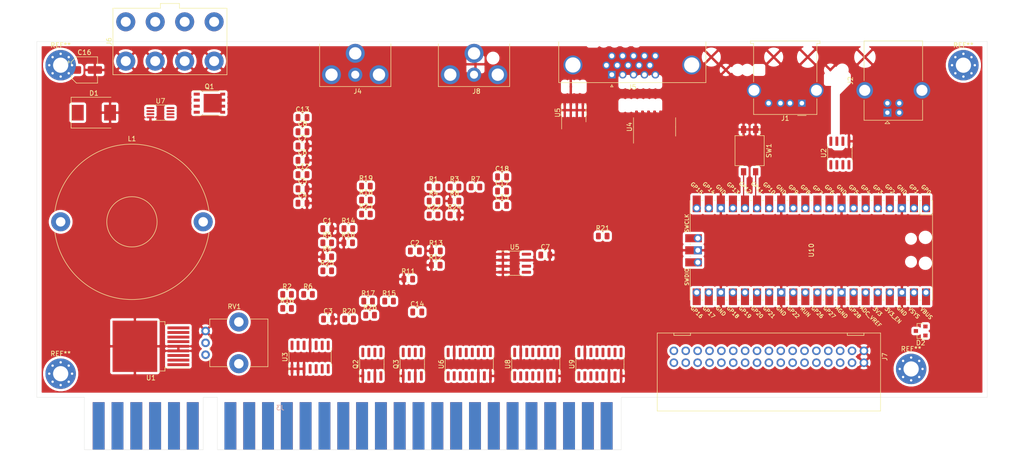
<source format=kicad_pcb>
(kicad_pcb (version 20171130) (host pcbnew 5.1.9-1.fc33)
  (layers (0 F.Cu signal) (31 B.Cu signal) (34 B.Paste user) (35 F.Paste user) (36 B.SilkS user) (37 F.SilkS user) (38 B.Mask user) (39 F.Mask user) (44 Edge.Cuts user))
  (net 0 "")
  (net 1 GND)
  (net 2 +12V)
  (net 3 "Net-(C2-Pad2)")
  (net 4 "Net-(C2-Pad1)")
  (net 5 +5V)
  (net 6 "Net-(C4-Pad1)")
  (net 7 "Net-(C7-Pad1)")
  (net 8 "Net-(C8-Pad2)")
  (net 9 "Net-(C8-Pad1)")
  (net 10 "Net-(C12-Pad2)")
  (net 11 "Net-(C15-Pad2)")
  (net 12 +3V3)
  (net 13 "Net-(C17-Pad2)")
  (net 14 "Net-(C18-Pad1)")
  (net 15 "Net-(D1-Pad1)")
  (net 16 "Net-(D2-Pad2)")
  (net 17 "Net-(D2-Pad1)")
  (net 18 "Net-(J1-Pad1)")
  (net 19 "Net-(J1-Pad2)")
  (net 20 "Net-(J1-Pad3)")
  (net 21 "Net-(J2-Pad1)")
  (net 22 /p2_4)
  (net 23 /p2start)
  (net 24 "Net-(J3-PadR)")
  (net 25 "Net-(J3-PadS)")
  (net 26 /p2select)
  (net 27 /lockout1)
  (net 28 /p2up)
  (net 29 /jamma_green)
  (net 30 /p2right)
  (net 31 /jamma_sync)
  (net 32 /p2left)
  (net 33 -5V)
  (net 34 /c2)
  (net 35 /p2down)
  (net 36 /p2_3)
  (net 37 /meter1)
  (net 38 /p2_1)
  (net 39 "Net-(J3-PadM)")
  (net 40 /p2_2)
  (net 41 /p1select)
  (net 42 /p1_4)
  (net 43 /p1_3)
  (net 44 /p1_2)
  (net 45 /p1_1)
  (net 46 /p1right)
  (net 47 /p1left)
  (net 48 /p1down)
  (net 49 /p1up)
  (net 50 /p1start)
  (net 51 /c1)
  (net 52 "Net-(J3-Pad15)")
  (net 53 /jamma_blue)
  (net 54 /jamma_red)
  (net 55 "Net-(J3-Pad11)")
  (net 56 /speaker+)
  (net 57 /lockout2)
  (net 58 /meter2)
  (net 59 "Net-(J5-Pad15)")
  (net 60 "Net-(J5-Pad14)")
  (net 61 /vga_hsync)
  (net 62 "Net-(J5-Pad12)")
  (net 63 /vga_vsync)
  (net 64 "Net-(J5-Pad4)")
  (net 65 /vga_blue)
  (net 66 /vga_green)
  (net 67 /vga_red)
  (net 68 "Net-(J6-Pad1)")
  (net 69 "Net-(J7-Pad1)")
  (net 70 "Net-(J7-Pad2)")
  (net 71 "Net-(J7-Pad3)")
  (net 72 "Net-(J7-Pad4)")
  (net 73 "Net-(J7-Pad5)")
  (net 74 "Net-(J7-Pad6)")
  (net 75 "Net-(J7-Pad7)")
  (net 76 "Net-(J7-Pad8)")
  (net 77 /p2_6)
  (net 78 "Net-(J7-Pad10)")
  (net 79 "Net-(J7-Pad11)")
  (net 80 "Net-(J7-Pad12)")
  (net 81 "Net-(J7-Pad13)")
  (net 82 "Net-(J7-Pad14)")
  (net 83 /p1_6)
  (net 84 "Net-(J7-Pad16)")
  (net 85 /p1_5)
  (net 86 "Net-(J7-Pad18)")
  (net 87 "Net-(J7-Pad20)")
  (net 88 "Net-(J7-Pad22)")
  (net 89 /p2_5)
  (net 90 "Net-(J7-Pad24)")
  (net 91 "Net-(J7-Pad25)")
  (net 92 "Net-(J7-Pad26)")
  (net 93 "Net-(J7-Pad27)")
  (net 94 "Net-(J7-Pad28)")
  (net 95 "Net-(J7-Pad29)")
  (net 96 "Net-(J7-Pad30)")
  (net 97 "Net-(J7-Pad31)")
  (net 98 "Net-(J7-Pad32)")
  (net 99 "Net-(L1-Pad1)")
  (net 100 "Net-(Q1-Pad4)")
  (net 101 /lockout1_ctl)
  (net 102 /meter1_ctl)
  (net 103 /lockout2_ctl)
  (net 104 /meter2_ctl)
  (net 105 /speaker-)
  (net 106 "Net-(R1-Pad1)")
  (net 107 "Net-(R2-Pad2)")
  (net 108 "Net-(R2-Pad1)")
  (net 109 "Net-(R11-Pad2)")
  (net 110 "Net-(R12-Pad2)")
  (net 111 "Net-(R13-Pad2)")
  (net 112 "Net-(R14-Pad1)")
  (net 113 "Net-(R15-Pad1)")
  (net 114 "Net-(R16-Pad1)")
  (net 115 "Net-(R25-Pad1)")
  (net 116 "Net-(SW1-Pad4)")
  (net 117 "Net-(SW1-Pad3)")
  (net 118 /jvs_tx)
  (net 119 /jvs_de)
  (net 120 /jvs_re)
  (net 121 /jvs_rx)
  (net 122 "Net-(U4-Pad3)")
  (net 123 "Net-(U6-Pad14)")
  (net 124 "Net-(U6-Pad13)")
  (net 125 "Net-(U6-Pad12)")
  (net 126 "Net-(U6-Pad11)")
  (net 127 "Net-(U6-Pad10)")
  (net 128 /sr_clr)
  (net 129 /sr_clk)
  (net 130 "Net-(U6-Pad5)")
  (net 131 "Net-(U6-Pad4)")
  (net 132 "Net-(U6-Pad3)")
  (net 133 "Net-(U6-Pad2)")
  (net 134 "Net-(U6-Pad1)")
  (net 135 "Net-(U8-Pad14)")
  (net 136 "Net-(U8-Pad13)")
  (net 137 "Net-(U8-Pad12)")
  (net 138 "Net-(U8-Pad11)")
  (net 139 "Net-(U8-Pad10)")
  (net 140 "Net-(U8-Pad5)")
  (net 141 "Net-(U8-Pad4)")
  (net 142 "Net-(U8-Pad3)")
  (net 143 "Net-(U8-Pad2)")
  (net 144 "Net-(U9-Pad14)")
  (net 145 /sr_data)
  (net 146 "Net-(U9-Pad12)")
  (net 147 "Net-(U9-Pad11)")
  (net 148 "Net-(U9-Pad10)")
  (net 149 "Net-(U9-Pad5)")
  (net 150 "Net-(U9-Pad4)")
  (net 151 "Net-(U9-Pad3)")
  (net 152 "Net-(U9-Pad2)")
  (net 153 "Net-(U10-Pad43)")
  (net 154 "Net-(U10-Pad41)")
  (net 155 "Net-(U10-Pad21)")
  (net 156 "Net-(U10-Pad22)")
  (net 157 "Net-(U10-Pad24)")
  (net 158 "Net-(U10-Pad25)")
  (net 159 "Net-(U10-Pad26)")
  (net 160 "Net-(U10-Pad27)")
  (net 161 "Net-(U10-Pad29)")
  (net 162 "Net-(U10-Pad30)")
  (net 163 "Net-(U10-Pad31)")
  (net 164 "Net-(U10-Pad32)")
  (net 165 "Net-(U10-Pad34)")
  (net 166 "Net-(U10-Pad35)")
  (net 167 "Net-(U10-Pad37)")
  (net 168 "Net-(U10-Pad40)")
  (net 169 "Net-(U10-Pad20)")
  (net 170 "Net-(U10-Pad19)")
  (net 171 "Net-(U10-Pad17)")
  (module td-io:CUI_RCJ-01X (layer F.Cu) (at 164 79)
    (fp_text reference J8 (at 0.5 3.5) (layer F.SilkS))
    (fp_text value Conn_Coaxial)
    (pad 2 thru_hole circle (at 0 -4.5) (size 4 4) (drill 2.6) (layers *.Cu *.Mask) (net 1 GND))
    (pad 2 thru_hole circle (at -5 0) (size 4 4) (drill 2.6) (layers *.Cu *.Mask) (net 1 GND))
    (pad 2 thru_hole circle (at 5 0) (size 4 4) (drill 2.6) (layers *.Cu *.Mask) (net 1 GND))
    (pad 1 thru_hole circle (at 0 0) (size 3 3) (drill 1.7) (layers *.Cu *.Mask) (net 8 "Net-(C8-Pad2)"))
  )
  (module td-io:CUI_RCJ-01X (layer F.Cu) (at 139 79)
    (fp_text reference J4 (at 0.5 3.5) (layer F.SilkS))
    (fp_text value Conn_Coaxial)
    (pad 2 thru_hole circle (at 0 -4.5) (size 4 4) (drill 2.6) (layers *.Cu *.Mask) (net 1 GND))
    (pad 2 thru_hole circle (at -5 0) (size 4 4) (drill 2.6) (layers *.Cu *.Mask) (net 1 GND))
    (pad 2 thru_hole circle (at 5 0) (size 4 4) (drill 2.6) (layers *.Cu *.Mask) (net 1 GND))
    (pad 1 thru_hole circle (at 0 0) (size 3 3) (drill 1.7) (layers *.Cu *.Mask) (net 3 "Net-(C2-Pad2)"))
  )
  (module td-io:DF1BZ-34DP-2.5DS (layer F.Cu) (at 226.06 138.43 180)
    (fp_text reference J7 (at -24.4 0 90) (layer F.SilkS))
    (fp_text value Conn_02x17_Odd_Even)
    (pad 1 thru_hole circle (at 20 1.25 180) (size 1.8 1.8) (drill 1.1) (layers *.Cu *.Mask) (net 69 "Net-(J7-Pad1)"))
    (pad 2 thru_hole circle (at 20 -1.25 180) (size 1.8 1.8) (drill 1.1) (layers *.Cu *.Mask) (net 70 "Net-(J7-Pad2)"))
    (pad 3 thru_hole circle (at 17.5 1.25 180) (size 1.8 1.8) (drill 1.1) (layers *.Cu *.Mask) (net 71 "Net-(J7-Pad3)"))
    (pad 4 thru_hole circle (at 17.5 -1.25 180) (size 1.8 1.8) (drill 1.1) (layers *.Cu *.Mask) (net 72 "Net-(J7-Pad4)"))
    (pad 5 thru_hole circle (at 15 1.25 180) (size 1.8 1.8) (drill 1.1) (layers *.Cu *.Mask) (net 73 "Net-(J7-Pad5)"))
    (pad 6 thru_hole circle (at 15 -1.25 180) (size 1.8 1.8) (drill 1.1) (layers *.Cu *.Mask) (net 74 "Net-(J7-Pad6)"))
    (pad 7 thru_hole circle (at 12.5 1.25 180) (size 1.8 1.8) (drill 1.1) (layers *.Cu *.Mask) (net 75 "Net-(J7-Pad7)"))
    (pad 8 thru_hole circle (at 12.5 -1.25 180) (size 1.8 1.8) (drill 1.1) (layers *.Cu *.Mask) (net 76 "Net-(J7-Pad8)"))
    (pad 9 thru_hole circle (at 10 1.25 180) (size 1.8 1.8) (drill 1.1) (layers *.Cu *.Mask) (net 77 /p2_6))
    (pad 10 thru_hole circle (at 10 -1.25 180) (size 1.8 1.8) (drill 1.1) (layers *.Cu *.Mask) (net 78 "Net-(J7-Pad10)"))
    (pad 11 thru_hole circle (at 7.5 1.25 180) (size 1.8 1.8) (drill 1.1) (layers *.Cu *.Mask) (net 79 "Net-(J7-Pad11)"))
    (pad 12 thru_hole circle (at 7.5 -1.25 180) (size 1.8 1.8) (drill 1.1) (layers *.Cu *.Mask) (net 80 "Net-(J7-Pad12)"))
    (pad 13 thru_hole circle (at 5 1.25 180) (size 1.8 1.8) (drill 1.1) (layers *.Cu *.Mask) (net 81 "Net-(J7-Pad13)"))
    (pad 14 thru_hole circle (at 5 -1.25 180) (size 1.8 1.8) (drill 1.1) (layers *.Cu *.Mask) (net 82 "Net-(J7-Pad14)"))
    (pad 15 thru_hole circle (at 2.5 1.25 180) (size 1.8 1.8) (drill 1.1) (layers *.Cu *.Mask) (net 83 /p1_6))
    (pad 16 thru_hole circle (at 2.5 -1.25 180) (size 1.8 1.8) (drill 1.1) (layers *.Cu *.Mask) (net 84 "Net-(J7-Pad16)"))
    (pad 17 thru_hole circle (at 0 1.25 180) (size 1.8 1.8) (drill 1.1) (layers *.Cu *.Mask) (net 85 /p1_5))
    (pad 18 thru_hole circle (at 0 -1.25 180) (size 1.8 1.8) (drill 1.1) (layers *.Cu *.Mask) (net 86 "Net-(J7-Pad18)"))
    (pad 19 thru_hole circle (at -2.5 1.25 180) (size 1.8 1.8) (drill 1.1) (layers *.Cu *.Mask) (net 42 /p1_4))
    (pad 20 thru_hole circle (at -2.5 -1.25 180) (size 1.8 1.8) (drill 1.1) (layers *.Cu *.Mask) (net 87 "Net-(J7-Pad20)"))
    (pad 21 thru_hole circle (at -5 1.25 180) (size 1.8 1.8) (drill 1.1) (layers *.Cu *.Mask) (net 22 /p2_4))
    (pad 22 thru_hole circle (at -5 -1.25 180) (size 1.8 1.8) (drill 1.1) (layers *.Cu *.Mask) (net 88 "Net-(J7-Pad22)"))
    (pad 23 thru_hole circle (at -7.5 1.25 180) (size 1.8 1.8) (drill 1.1) (layers *.Cu *.Mask) (net 89 /p2_5))
    (pad 24 thru_hole circle (at -7.5 -1.25 180) (size 1.8 1.8) (drill 1.1) (layers *.Cu *.Mask) (net 90 "Net-(J7-Pad24)"))
    (pad 25 thru_hole circle (at -10 1.25 180) (size 1.8 1.8) (drill 1.1) (layers *.Cu *.Mask) (net 91 "Net-(J7-Pad25)"))
    (pad 26 thru_hole circle (at -10 -1.25 180) (size 1.8 1.8) (drill 1.1) (layers *.Cu *.Mask) (net 92 "Net-(J7-Pad26)"))
    (pad 27 thru_hole circle (at -12.5 1.25 180) (size 1.8 1.8) (drill 1.1) (layers *.Cu *.Mask) (net 93 "Net-(J7-Pad27)"))
    (pad 28 thru_hole circle (at -12.5 -1.25 180) (size 1.8 1.8) (drill 1.1) (layers *.Cu *.Mask) (net 94 "Net-(J7-Pad28)"))
    (pad 29 thru_hole circle (at -15 1.25 180) (size 1.8 1.8) (drill 1.1) (layers *.Cu *.Mask) (net 95 "Net-(J7-Pad29)"))
    (pad 30 thru_hole circle (at -15 -1.25 180) (size 1.8 1.8) (drill 1.1) (layers *.Cu *.Mask) (net 96 "Net-(J7-Pad30)"))
    (pad 31 thru_hole circle (at -17.5 1.25 180) (size 1.8 1.8) (drill 1.1) (layers *.Cu *.Mask) (net 97 "Net-(J7-Pad31)"))
    (pad 32 thru_hole circle (at -17.5 -1.25 180) (size 1.8 1.8) (drill 1.1) (layers *.Cu *.Mask) (net 98 "Net-(J7-Pad32)"))
    (pad 33 thru_hole circle (at -20 1.25 180) (size 1.8 1.8) (drill 1.1) (layers *.Cu *.Mask) (net 1 GND))
    (pad 34 thru_hole circle (at -20 -1.25 180) (size 1.8 1.8) (drill 1.1) (layers *.Cu *.Mask) (net 1 GND))
  )
  (module Connector_Dsub:DSUB-15-HD_Female_Horizontal_P2.29x1.98mm_EdgePinOffset3.03mm_Housed_MountingHolesOffset4.94mm (layer F.Cu) (at 193 79 180)
    (fp_text reference J5 (at -4.315 -2.61) (layer F.SilkS))
    (fp_text value DB15_Female_HighDensity)
    (pad 0 thru_hole circle (at 8.185 2.05 180) (size 4 4) (drill 3.2) (layers *.Cu *.Mask))
    (pad 0 thru_hole circle (at -16.815 2.05 180) (size 4 4) (drill 3.2) (layers *.Cu *.Mask))
    (pad 15 thru_hole circle (at -9.16 3.96 180) (size 1.6 1.6) (drill 1) (layers *.Cu *.Mask) (net 59 "Net-(J5-Pad15)"))
    (pad 14 thru_hole circle (at -6.87 3.96 180) (size 1.6 1.6) (drill 1) (layers *.Cu *.Mask) (net 60 "Net-(J5-Pad14)"))
    (pad 13 thru_hole circle (at -4.58 3.96 180) (size 1.6 1.6) (drill 1) (layers *.Cu *.Mask) (net 61 /vga_hsync))
    (pad 12 thru_hole circle (at -2.29 3.96 180) (size 1.6 1.6) (drill 1) (layers *.Cu *.Mask) (net 62 "Net-(J5-Pad12)"))
    (pad 11 thru_hole circle (at 0 3.96 180) (size 1.6 1.6) (drill 1) (layers *.Cu *.Mask) (net 63 /vga_vsync))
    (pad 10 thru_hole circle (at -8.015 1.98 180) (size 1.6 1.6) (drill 1) (layers *.Cu *.Mask) (net 1 GND))
    (pad 9 thru_hole circle (at -5.725 1.98 180) (size 1.6 1.6) (drill 1) (layers *.Cu *.Mask) (net 7 "Net-(C7-Pad1)"))
    (pad 8 thru_hole circle (at -3.435 1.98 180) (size 1.6 1.6) (drill 1) (layers *.Cu *.Mask) (net 1 GND))
    (pad 7 thru_hole circle (at -1.145 1.98 180) (size 1.6 1.6) (drill 1) (layers *.Cu *.Mask) (net 1 GND))
    (pad 6 thru_hole circle (at 1.145 1.98 180) (size 1.6 1.6) (drill 1) (layers *.Cu *.Mask) (net 1 GND))
    (pad 5 thru_hole circle (at -9.16 0 180) (size 1.6 1.6) (drill 1) (layers *.Cu *.Mask) (net 1 GND))
    (pad 4 thru_hole circle (at -6.87 0 180) (size 1.6 1.6) (drill 1) (layers *.Cu *.Mask) (net 64 "Net-(J5-Pad4)"))
    (pad 3 thru_hole circle (at -4.58 0 180) (size 1.6 1.6) (drill 1) (layers *.Cu *.Mask) (net 65 /vga_blue))
    (pad 2 thru_hole circle (at -2.29 0 180) (size 1.6 1.6) (drill 1) (layers *.Cu *.Mask) (net 66 /vga_green))
    (pad 1 thru_hole rect (at 0 0 180) (size 1.6 1.6) (drill 1) (layers *.Cu *.Mask) (net 67 /vga_red))
  )
  (module Package_SO:SOIC-8_3.9x4.9mm_P1.27mm (layer F.Cu) (at 172.55 118.72)
    (fp_text reference U5 (at 0 -3.4) (layer F.SilkS))
    (fp_text value AD813)
    (pad 8 smd roundrect (at 2.475 -1.905) (size 1.95 0.6) (layers F.Cu F.Paste F.Mask) (net 7 "Net-(C7-Pad1)"))
    (pad 7 smd roundrect (at 2.475 -0.635) (size 1.95 0.6) (layers F.Cu F.Paste F.Mask) (net 1 GND))
    (pad 6 smd roundrect (at 2.475 0.635) (size 1.95 0.6) (layers F.Cu F.Paste F.Mask) (net 59 "Net-(J5-Pad15)"))
    (pad 5 smd roundrect (at 2.475 1.905) (size 1.95 0.6) (layers F.Cu F.Paste F.Mask) (net 62 "Net-(J5-Pad12)"))
    (pad 4 smd roundrect (at -2.475 1.905) (size 1.95 0.6) (layers F.Cu F.Paste F.Mask) (net 1 GND))
    (pad 3 smd roundrect (at -2.475 0.635) (size 1.95 0.6) (layers F.Cu F.Paste F.Mask) (net 1 GND))
    (pad 2 smd roundrect (at -2.475 -0.635) (size 1.95 0.6) (layers F.Cu F.Paste F.Mask) (net 1 GND))
    (pad 1 smd roundrect (at -2.475 -1.905) (size 1.95 0.6) (layers F.Cu F.Paste F.Mask) (net 1 GND))
  )
  (module Capacitor_SMD:C_0805_2012Metric (layer F.Cu) (at 179 117)
    (fp_text reference C7 (at 0 -1.68) (layer F.SilkS))
    (fp_text value 0.1uF)
    (pad 2 smd roundrect (at 0.95 0) (size 1 1.45) (layers F.Cu F.Paste F.Mask) (net 1 GND))
    (pad 1 smd roundrect (at -0.95 0) (size 1 1.45) (layers F.Cu F.Paste F.Mask) (net 7 "Net-(C7-Pad1)"))
  )
  (module MountingHole:MountingHole_3.2mm_M3_Pad_Via (layer F.Cu) (at 77 77)
    (fp_text reference REF** (at 0 -4.2) (layer F.SilkS))
    (fp_text value MountingHole_3.2mm_M3_Pad_Via)
    (pad 1 thru_hole circle (at 0 0) (size 6.4 6.4) (drill 3.2) (layers *.Cu *.Mask))
    (pad 1 thru_hole circle (at 2.4 0) (size 0.8 0.8) (drill 0.5) (layers *.Cu *.Mask))
    (pad 1 thru_hole circle (at 1.697056 1.697056) (size 0.8 0.8) (drill 0.5) (layers *.Cu *.Mask))
    (pad 1 thru_hole circle (at 0 2.4) (size 0.8 0.8) (drill 0.5) (layers *.Cu *.Mask))
    (pad 1 thru_hole circle (at -1.697056 1.697056) (size 0.8 0.8) (drill 0.5) (layers *.Cu *.Mask))
    (pad 1 thru_hole circle (at -2.4 0) (size 0.8 0.8) (drill 0.5) (layers *.Cu *.Mask))
    (pad 1 thru_hole circle (at -1.697056 -1.697056) (size 0.8 0.8) (drill 0.5) (layers *.Cu *.Mask))
    (pad 1 thru_hole circle (at 0 -2.4) (size 0.8 0.8) (drill 0.5) (layers *.Cu *.Mask))
    (pad 1 thru_hole circle (at 1.697056 -1.697056) (size 0.8 0.8) (drill 0.5) (layers *.Cu *.Mask))
  )
  (module MountingHole:MountingHole_3.2mm_M3_Pad_Via (layer F.Cu) (at 77 142)
    (fp_text reference REF** (at 0 -4.2) (layer F.SilkS))
    (fp_text value MountingHole_3.2mm_M3_Pad_Via)
    (pad 1 thru_hole circle (at 0 0) (size 6.4 6.4) (drill 3.2) (layers *.Cu *.Mask))
    (pad 1 thru_hole circle (at 2.4 0) (size 0.8 0.8) (drill 0.5) (layers *.Cu *.Mask))
    (pad 1 thru_hole circle (at 1.697056 1.697056) (size 0.8 0.8) (drill 0.5) (layers *.Cu *.Mask))
    (pad 1 thru_hole circle (at 0 2.4) (size 0.8 0.8) (drill 0.5) (layers *.Cu *.Mask))
    (pad 1 thru_hole circle (at -1.697056 1.697056) (size 0.8 0.8) (drill 0.5) (layers *.Cu *.Mask))
    (pad 1 thru_hole circle (at -2.4 0) (size 0.8 0.8) (drill 0.5) (layers *.Cu *.Mask))
    (pad 1 thru_hole circle (at -1.697056 -1.697056) (size 0.8 0.8) (drill 0.5) (layers *.Cu *.Mask))
    (pad 1 thru_hole circle (at 0 -2.4) (size 0.8 0.8) (drill 0.5) (layers *.Cu *.Mask))
    (pad 1 thru_hole circle (at 1.697056 -1.697056) (size 0.8 0.8) (drill 0.5) (layers *.Cu *.Mask))
  )
  (module MountingHole:MountingHole_3.2mm_M3_Pad_Via (layer F.Cu) (at 267 77)
    (fp_text reference REF** (at 0 -4.2) (layer F.SilkS))
    (fp_text value MountingHole_3.2mm_M3_Pad_Via)
    (pad 1 thru_hole circle (at 0 0) (size 6.4 6.4) (drill 3.2) (layers *.Cu *.Mask))
    (pad 1 thru_hole circle (at 2.4 0) (size 0.8 0.8) (drill 0.5) (layers *.Cu *.Mask))
    (pad 1 thru_hole circle (at 1.697056 1.697056) (size 0.8 0.8) (drill 0.5) (layers *.Cu *.Mask))
    (pad 1 thru_hole circle (at 0 2.4) (size 0.8 0.8) (drill 0.5) (layers *.Cu *.Mask))
    (pad 1 thru_hole circle (at -1.697056 1.697056) (size 0.8 0.8) (drill 0.5) (layers *.Cu *.Mask))
    (pad 1 thru_hole circle (at -2.4 0) (size 0.8 0.8) (drill 0.5) (layers *.Cu *.Mask))
    (pad 1 thru_hole circle (at -1.697056 -1.697056) (size 0.8 0.8) (drill 0.5) (layers *.Cu *.Mask))
    (pad 1 thru_hole circle (at 0 -2.4) (size 0.8 0.8) (drill 0.5) (layers *.Cu *.Mask))
    (pad 1 thru_hole circle (at 1.697056 -1.697056) (size 0.8 0.8) (drill 0.5) (layers *.Cu *.Mask))
  )
  (module MountingHole:MountingHole_3.2mm_M3_Pad_Via (layer F.Cu) (at 256 141)
    (fp_text reference REF** (at 0 -4.2) (layer F.SilkS))
    (fp_text value MountingHole_3.2mm_M3_Pad_Via)
    (pad 1 thru_hole circle (at 1.697056 -1.697056) (size 0.8 0.8) (drill 0.5) (layers *.Cu *.Mask))
    (pad 1 thru_hole circle (at 0 -2.4) (size 0.8 0.8) (drill 0.5) (layers *.Cu *.Mask))
    (pad 1 thru_hole circle (at -1.697056 -1.697056) (size 0.8 0.8) (drill 0.5) (layers *.Cu *.Mask))
    (pad 1 thru_hole circle (at -2.4 0) (size 0.8 0.8) (drill 0.5) (layers *.Cu *.Mask))
    (pad 1 thru_hole circle (at -1.697056 1.697056) (size 0.8 0.8) (drill 0.5) (layers *.Cu *.Mask))
    (pad 1 thru_hole circle (at 0 2.4) (size 0.8 0.8) (drill 0.5) (layers *.Cu *.Mask))
    (pad 1 thru_hole circle (at 1.697056 1.697056) (size 0.8 0.8) (drill 0.5) (layers *.Cu *.Mask))
    (pad 1 thru_hole circle (at 2.4 0) (size 0.8 0.8) (drill 0.5) (layers *.Cu *.Mask))
    (pad 1 thru_hole circle (at 0 0) (size 6.4 6.4) (drill 3.2) (layers *.Cu *.Mask))
  )
  (module Connector_USB:USB_A_Molex_67643_Horizontal (layer F.Cu) (at 233 85 180)
    (fp_text reference J1 (at 3.5 -3.19) (layer F.SilkS))
    (fp_text value USB_A)
    (pad 4 thru_hole circle (at 7 0 180) (size 1.6 1.6) (drill 0.95) (layers *.Cu *.Mask) (net 1 GND))
    (pad 3 thru_hole circle (at 4.5 0 180) (size 1.6 1.6) (drill 0.95) (layers *.Cu *.Mask) (net 20 "Net-(J1-Pad3)"))
    (pad 2 thru_hole circle (at 2.5 0 180) (size 1.6 1.6) (drill 0.95) (layers *.Cu *.Mask) (net 19 "Net-(J1-Pad2)"))
    (pad 1 thru_hole rect (at 0 0 180) (size 1.6 1.5) (drill 0.95) (layers *.Cu *.Mask) (net 18 "Net-(J1-Pad1)"))
    (pad 5 thru_hole circle (at 10.07 2.71 180) (size 3 3) (drill 2.3) (layers *.Cu *.Mask) (net 1 GND))
    (pad 5 thru_hole circle (at -3.07 2.71 180) (size 3 3) (drill 2.3) (layers *.Cu *.Mask) (net 1 GND))
  )
  (module Package_SO:SOIC-8_3.9x4.9mm_P1.27mm (layer F.Cu) (at 185 87 90)
    (fp_text reference U5 (at 0 -3.4 90) (layer F.SilkS))
    (fp_text value AD813)
    (pad 8 smd roundrect (at 2.475 -1.905 90) (size 1.95 0.6) (layers F.Cu F.Paste F.Mask) (net 7 "Net-(C7-Pad1)"))
    (pad 7 smd roundrect (at 2.475 -0.635 90) (size 1.95 0.6) (layers F.Cu F.Paste F.Mask) (net 1 GND))
    (pad 6 smd roundrect (at 2.475 0.635 90) (size 1.95 0.6) (layers F.Cu F.Paste F.Mask) (net 59 "Net-(J5-Pad15)"))
    (pad 5 smd roundrect (at 2.475 1.905 90) (size 1.95 0.6) (layers F.Cu F.Paste F.Mask) (net 62 "Net-(J5-Pad12)"))
    (pad 4 smd roundrect (at -2.475 1.905 90) (size 1.95 0.6) (layers F.Cu F.Paste F.Mask) (net 1 GND))
    (pad 3 smd roundrect (at -2.475 0.635 90) (size 1.95 0.6) (layers F.Cu F.Paste F.Mask) (net 1 GND))
    (pad 2 smd roundrect (at -2.475 -0.635 90) (size 1.95 0.6) (layers F.Cu F.Paste F.Mask) (net 1 GND))
    (pad 1 smd roundrect (at -2.475 -1.905 90) (size 1.95 0.6) (layers F.Cu F.Paste F.Mask) (net 1 GND))
  )
  (module Package_SO:SOIC-8_3.9x4.9mm_P1.27mm (layer F.Cu) (at 241 95.5 90)
    (fp_text reference U2 (at 0 -3.4 90) (layer F.SilkS))
    (fp_text value ST485EB)
    (pad 8 smd roundrect (at 2.475 -1.905 90) (size 1.95 0.6) (layers F.Cu F.Paste F.Mask) (net 5 +5V))
    (pad 7 smd roundrect (at 2.475 -0.635 90) (size 1.95 0.6) (layers F.Cu F.Paste F.Mask) (net 20 "Net-(J1-Pad3)"))
    (pad 6 smd roundrect (at 2.475 0.635 90) (size 1.95 0.6) (layers F.Cu F.Paste F.Mask) (net 19 "Net-(J1-Pad2)"))
    (pad 5 smd roundrect (at 2.475 1.905 90) (size 1.95 0.6) (layers F.Cu F.Paste F.Mask) (net 1 GND))
    (pad 4 smd roundrect (at -2.475 1.905 90) (size 1.95 0.6) (layers F.Cu F.Paste F.Mask) (net 118 /jvs_tx))
    (pad 3 smd roundrect (at -2.475 0.635 90) (size 1.95 0.6) (layers F.Cu F.Paste F.Mask) (net 119 /jvs_de))
    (pad 2 smd roundrect (at -2.475 -0.635 90) (size 1.95 0.6) (layers F.Cu F.Paste F.Mask) (net 120 /jvs_re))
    (pad 1 smd roundrect (at -2.475 -1.905 90) (size 1.95 0.6) (layers F.Cu F.Paste F.Mask) (net 121 /jvs_rx))
  )
  (module Package_TO_SOT_SMD:TO-263-9_TabPin5 (layer F.Cu) (at 96 136.225 180)
    (fp_text reference U1 (at 0 -6.65) (layer F.SilkS))
    (fp_text value LM4950TS)
    (pad 9 smd rect (at -5.775 3.88 180) (size 4.6 0.61) (layers F.Cu F.Paste F.Mask) (net 106 "Net-(R1-Pad1)"))
    (pad 8 smd rect (at -5.775 2.91 180) (size 4.6 0.61) (layers F.Cu F.Paste F.Mask) (net 6 "Net-(C4-Pad1)"))
    (pad 7 smd rect (at -5.775 1.94 180) (size 4.6 0.61) (layers F.Cu F.Paste F.Mask) (net 105 /speaker-))
    (pad 6 smd rect (at -5.775 0.97 180) (size 4.6 0.61) (layers F.Cu F.Paste F.Mask) (net 2 +12V))
    (pad 5 smd rect (at -5.775 0 180) (size 4.6 0.61) (layers F.Cu F.Paste F.Mask) (net 1 GND))
    (pad 4 smd rect (at -5.775 -0.97 180) (size 4.6 0.61) (layers F.Cu F.Paste F.Mask) (net 1 GND))
    (pad 3 smd rect (at -5.775 -1.94 180) (size 4.6 0.61) (layers F.Cu F.Paste F.Mask) (net 56 /speaker+))
    (pad 2 smd rect (at -5.775 -2.91 180) (size 4.6 0.61) (layers F.Cu F.Paste F.Mask) (net 2 +12V))
    (pad 1 smd rect (at -5.775 -3.88 180) (size 4.6 0.61) (layers F.Cu F.Paste F.Mask) (net 108 "Net-(R2-Pad1)"))
    (pad 5 smd rect (at 3.375 0 180) (size 9.4 10.8) (layers F.Cu F.Mask) (net 1 GND))
  )
  (module MCU_RaspberryPi_and_Boards:RPi_Pico_SMD_TH (layer F.Cu) (at 235 116 270)
    (fp_text reference U10 (at 0 0 90) (layer F.SilkS))
    (fp_text value Pico)
    (fp_text user SWDIO (at 5.6 26.2 90) (layer F.SilkS) (effects (font (size 0.8 0.8))))
    (fp_text user SWCLK (at -5.7 26.2 90) (layer F.SilkS) (effects (font (size 0.8 0.8))))
    (fp_text user AGND (at 13.054 -6.35 135) (layer F.SilkS) (effects (font (size 0.8 0.8))))
    (fp_text user GND (at 12.8 -19.05 135) (layer F.SilkS) (effects (font (size 0.8 0.8))))
    (fp_text user GND (at 12.8 6.35 135) (layer F.SilkS) (effects (font (size 0.8 0.8))))
    (fp_text user GND (at 12.8 19.05 135) (layer F.SilkS) (effects (font (size 0.8 0.8))))
    (fp_text user GND (at -12.8 19.05 135) (layer F.SilkS) (effects (font (size 0.8 0.8))))
    (fp_text user GND (at -12.8 6.35 135) (layer F.SilkS) (effects (font (size 0.8 0.8))))
    (fp_text user GND (at -12.8 -6.35 135) (layer F.SilkS) (effects (font (size 0.8 0.8))))
    (fp_text user GND (at -12.8 -19.05 135) (layer F.SilkS) (effects (font (size 0.8 0.8))))
    (fp_text user VBUS (at 13.3 -24.2 135) (layer F.SilkS) (effects (font (size 0.8 0.8))))
    (fp_text user VSYS (at 13.2 -21.59 135) (layer F.SilkS) (effects (font (size 0.8 0.8))))
    (fp_text user 3V3_EN (at 13.7 -17.2 135) (layer F.SilkS) (effects (font (size 0.8 0.8))))
    (fp_text user 3V3 (at 12.9 -13.9 135) (layer F.SilkS) (effects (font (size 0.8 0.8))))
    (fp_text user ADC_VREF (at 14 -12.5 135) (layer F.SilkS) (effects (font (size 0.8 0.8))))
    (fp_text user GP28 (at 13.054 -9.144 135) (layer F.SilkS) (effects (font (size 0.8 0.8))))
    (fp_text user GP27 (at 13.054 -3.8 135) (layer F.SilkS) (effects (font (size 0.8 0.8))))
    (fp_text user GP26 (at 13.054 -1.27 135) (layer F.SilkS) (effects (font (size 0.8 0.8))))
    (fp_text user RUN (at 13 1.27 135) (layer F.SilkS) (effects (font (size 0.8 0.8))))
    (fp_text user GP22 (at 13.054 3.81 135) (layer F.SilkS) (effects (font (size 0.8 0.8))))
    (fp_text user GP21 (at 13.054 8.9 135) (layer F.SilkS) (effects (font (size 0.8 0.8))))
    (fp_text user GP20 (at 13.054 11.43 135) (layer F.SilkS) (effects (font (size 0.8 0.8))))
    (fp_text user GP19 (at 13.054 13.97 135) (layer F.SilkS) (effects (font (size 0.8 0.8))))
    (fp_text user GP18 (at 13.054 16.51 135) (layer F.SilkS) (effects (font (size 0.8 0.8))))
    (fp_text user GP17 (at 13.054 21.59 135) (layer F.SilkS) (effects (font (size 0.8 0.8))))
    (fp_text user GP16 (at 13.054 24.13 135) (layer F.SilkS) (effects (font (size 0.8 0.8))))
    (fp_text user GP15 (at -13.054 24.13 135) (layer F.SilkS) (effects (font (size 0.8 0.8))))
    (fp_text user GP14 (at -13.1 21.59 135) (layer F.SilkS) (effects (font (size 0.8 0.8))))
    (fp_text user GP13 (at -13.054 16.51 135) (layer F.SilkS) (effects (font (size 0.8 0.8))))
    (fp_text user GP12 (at -13.2 13.97 135) (layer F.SilkS) (effects (font (size 0.8 0.8))))
    (fp_text user GP11 (at -13.2 11.43 135) (layer F.SilkS) (effects (font (size 0.8 0.8))))
    (fp_text user GP10 (at -13.054 8.89 135) (layer F.SilkS) (effects (font (size 0.8 0.8))))
    (fp_text user GP9 (at -12.8 3.81 135) (layer F.SilkS) (effects (font (size 0.8 0.8))))
    (fp_text user GP8 (at -12.8 1.27 135) (layer F.SilkS) (effects (font (size 0.8 0.8))))
    (fp_text user GP7 (at -12.7 -1.3 135) (layer F.SilkS) (effects (font (size 0.8 0.8))))
    (fp_text user GP6 (at -12.8 -3.81 135) (layer F.SilkS) (effects (font (size 0.8 0.8))))
    (fp_text user GP5 (at -12.8 -8.89 135) (layer F.SilkS) (effects (font (size 0.8 0.8))))
    (fp_text user GP4 (at -12.8 -11.43 135) (layer F.SilkS) (effects (font (size 0.8 0.8))))
    (fp_text user GP3 (at -12.8 -13.97 135) (layer F.SilkS) (effects (font (size 0.8 0.8))))
    (fp_text user GP0 (at -12.8 -24.13 135) (layer F.SilkS) (effects (font (size 0.8 0.8))))
    (fp_text user GP2 (at -12.9 -16.51 135) (layer F.SilkS) (effects (font (size 0.8 0.8))))
    (fp_text user GP1 (at -12.9 -21.6 135) (layer F.SilkS) (effects (font (size 0.8 0.8))))
    (pad 43 thru_hole oval (at 2.54 23.9 270) (size 1.7 1.7) (drill 1.02) (layers *.Cu *.Mask) (net 153 "Net-(U10-Pad43)"))
    (pad 43 smd rect (at 2.54 23.9) (size 3.5 1.7) (drill (offset -0.9 0)) (layers F.Cu F.Mask) (net 153 "Net-(U10-Pad43)"))
    (pad 42 thru_hole rect (at 0 23.9 270) (size 1.7 1.7) (drill 1.02) (layers *.Cu *.Mask) (net 1 GND))
    (pad 42 smd rect (at 0 23.9) (size 3.5 1.7) (drill (offset -0.9 0)) (layers F.Cu F.Mask) (net 1 GND))
    (pad 41 thru_hole oval (at -2.54 23.9 270) (size 1.7 1.7) (drill 1.02) (layers *.Cu *.Mask) (net 154 "Net-(U10-Pad41)"))
    (pad 41 smd rect (at -2.54 23.9) (size 3.5 1.7) (drill (offset -0.9 0)) (layers F.Cu F.Mask) (net 154 "Net-(U10-Pad41)"))
    (pad "" np_thru_hole oval (at 2.425 -20.97 270) (size 1.5 1.5) (drill 1.5) (layers *.Cu *.Mask))
    (pad "" np_thru_hole oval (at -2.425 -20.97 270) (size 1.5 1.5) (drill 1.5) (layers *.Cu *.Mask))
    (pad "" np_thru_hole oval (at 2.725 -24 270) (size 1.8 1.8) (drill 1.8) (layers *.Cu *.Mask))
    (pad "" np_thru_hole oval (at -2.725 -24 270) (size 1.8 1.8) (drill 1.8) (layers *.Cu *.Mask))
    (pad 21 smd rect (at 8.89 24.13 270) (size 3.5 1.7) (drill (offset 0.9 0)) (layers F.Cu F.Mask) (net 155 "Net-(U10-Pad21)"))
    (pad 22 smd rect (at 8.89 21.59 270) (size 3.5 1.7) (drill (offset 0.9 0)) (layers F.Cu F.Mask) (net 156 "Net-(U10-Pad22)"))
    (pad 23 smd rect (at 8.89 19.05 270) (size 3.5 1.7) (drill (offset 0.9 0)) (layers F.Cu F.Mask) (net 1 GND))
    (pad 24 smd rect (at 8.89 16.51 270) (size 3.5 1.7) (drill (offset 0.9 0)) (layers F.Cu F.Mask) (net 157 "Net-(U10-Pad24)"))
    (pad 25 smd rect (at 8.89 13.97 270) (size 3.5 1.7) (drill (offset 0.9 0)) (layers F.Cu F.Mask) (net 158 "Net-(U10-Pad25)"))
    (pad 26 smd rect (at 8.89 11.43 270) (size 3.5 1.7) (drill (offset 0.9 0)) (layers F.Cu F.Mask) (net 159 "Net-(U10-Pad26)"))
    (pad 27 smd rect (at 8.89 8.89 270) (size 3.5 1.7) (drill (offset 0.9 0)) (layers F.Cu F.Mask) (net 160 "Net-(U10-Pad27)"))
    (pad 28 smd rect (at 8.89 6.35 270) (size 3.5 1.7) (drill (offset 0.9 0)) (layers F.Cu F.Mask) (net 1 GND))
    (pad 29 smd rect (at 8.89 3.81 270) (size 3.5 1.7) (drill (offset 0.9 0)) (layers F.Cu F.Mask) (net 161 "Net-(U10-Pad29)"))
    (pad 30 smd rect (at 8.89 1.27 270) (size 3.5 1.7) (drill (offset 0.9 0)) (layers F.Cu F.Mask) (net 162 "Net-(U10-Pad30)"))
    (pad 31 smd rect (at 8.89 -1.27 270) (size 3.5 1.7) (drill (offset 0.9 0)) (layers F.Cu F.Mask) (net 163 "Net-(U10-Pad31)"))
    (pad 32 smd rect (at 8.89 -3.81 270) (size 3.5 1.7) (drill (offset 0.9 0)) (layers F.Cu F.Mask) (net 164 "Net-(U10-Pad32)"))
    (pad 33 smd rect (at 8.89 -6.35 270) (size 3.5 1.7) (drill (offset 0.9 0)) (layers F.Cu F.Mask) (net 1 GND))
    (pad 34 smd rect (at 8.89 -8.89 270) (size 3.5 1.7) (drill (offset 0.9 0)) (layers F.Cu F.Mask) (net 165 "Net-(U10-Pad34)"))
    (pad 35 smd rect (at 8.89 -11.43 270) (size 3.5 1.7) (drill (offset 0.9 0)) (layers F.Cu F.Mask) (net 166 "Net-(U10-Pad35)"))
    (pad 36 smd rect (at 8.89 -13.97 270) (size 3.5 1.7) (drill (offset 0.9 0)) (layers F.Cu F.Mask) (net 12 +3V3))
    (pad 37 smd rect (at 8.89 -16.51 270) (size 3.5 1.7) (drill (offset 0.9 0)) (layers F.Cu F.Mask) (net 167 "Net-(U10-Pad37)"))
    (pad 38 smd rect (at 8.89 -19.05 270) (size 3.5 1.7) (drill (offset 0.9 0)) (layers F.Cu F.Mask) (net 1 GND))
    (pad 39 smd rect (at 8.89 -21.59 270) (size 3.5 1.7) (drill (offset 0.9 0)) (layers F.Cu F.Mask) (net 16 "Net-(D2-Pad2)"))
    (pad 40 smd rect (at 8.89 -24.13 270) (size 3.5 1.7) (drill (offset 0.9 0)) (layers F.Cu F.Mask) (net 168 "Net-(U10-Pad40)"))
    (pad 20 smd rect (at -8.89 24.13 270) (size 3.5 1.7) (drill (offset -0.9 0)) (layers F.Cu F.Mask) (net 169 "Net-(U10-Pad20)"))
    (pad 19 smd rect (at -8.89 21.59 270) (size 3.5 1.7) (drill (offset -0.9 0)) (layers F.Cu F.Mask) (net 170 "Net-(U10-Pad19)"))
    (pad 18 smd rect (at -8.89 19.05 270) (size 3.5 1.7) (drill (offset -0.9 0)) (layers F.Cu F.Mask) (net 1 GND))
    (pad 17 smd rect (at -8.89 16.51 270) (size 3.5 1.7) (drill (offset -0.9 0)) (layers F.Cu F.Mask) (net 171 "Net-(U10-Pad17)"))
    (pad 16 smd rect (at -8.89 13.97 270) (size 3.5 1.7) (drill (offset -0.9 0)) (layers F.Cu F.Mask) (net 117 "Net-(SW1-Pad3)"))
    (pad 15 smd rect (at -8.89 11.43 270) (size 3.5 1.7) (drill (offset -0.9 0)) (layers F.Cu F.Mask) (net 116 "Net-(SW1-Pad4)"))
    (pad 14 smd rect (at -8.89 8.89 270) (size 3.5 1.7) (drill (offset -0.9 0)) (layers F.Cu F.Mask) (net 103 /lockout2_ctl))
    (pad 13 smd rect (at -8.89 6.35 270) (size 3.5 1.7) (drill (offset -0.9 0)) (layers F.Cu F.Mask) (net 1 GND))
    (pad 12 smd rect (at -8.89 3.81 270) (size 3.5 1.7) (drill (offset -0.9 0)) (layers F.Cu F.Mask) (net 101 /lockout1_ctl))
    (pad 11 smd rect (at -8.89 1.27 270) (size 3.5 1.7) (drill (offset -0.9 0)) (layers F.Cu F.Mask) (net 104 /meter2_ctl))
    (pad 10 smd rect (at -8.89 -1.27 270) (size 3.5 1.7) (drill (offset -0.9 0)) (layers F.Cu F.Mask) (net 102 /meter1_ctl))
    (pad 9 smd rect (at -8.89 -3.81 270) (size 3.5 1.7) (drill (offset -0.9 0)) (layers F.Cu F.Mask) (net 145 /sr_data))
    (pad 8 smd rect (at -8.89 -6.35 270) (size 3.5 1.7) (drill (offset -0.9 0)) (layers F.Cu F.Mask) (net 1 GND))
    (pad 7 smd rect (at -8.89 -8.89 270) (size 3.5 1.7) (drill (offset -0.9 0)) (layers F.Cu F.Mask) (net 129 /sr_clk))
    (pad 6 smd rect (at -8.89 -11.43 270) (size 3.5 1.7) (drill (offset -0.9 0)) (layers F.Cu F.Mask) (net 128 /sr_clr))
    (pad 5 smd rect (at -8.89 -13.97 270) (size 3.5 1.7) (drill (offset -0.9 0)) (layers F.Cu F.Mask) (net 119 /jvs_de))
    (pad 4 smd rect (at -8.89 -16.51 270) (size 3.5 1.7) (drill (offset -0.9 0)) (layers F.Cu F.Mask) (net 120 /jvs_re))
    (pad 3 smd rect (at -8.89 -19.05 270) (size 3.5 1.7) (drill (offset -0.9 0)) (layers F.Cu F.Mask) (net 1 GND))
    (pad 2 smd rect (at -8.89 -21.59 270) (size 3.5 1.7) (drill (offset -0.9 0)) (layers F.Cu F.Mask) (net 118 /jvs_tx))
    (pad 1 smd rect (at -8.89 -24.13 270) (size 3.5 1.7) (drill (offset -0.9 0)) (layers F.Cu F.Mask) (net 121 /jvs_rx))
    (pad 40 thru_hole oval (at 8.89 -24.13 270) (size 1.7 1.7) (drill 1.02) (layers *.Cu *.Mask) (net 168 "Net-(U10-Pad40)"))
    (pad 39 thru_hole oval (at 8.89 -21.59 270) (size 1.7 1.7) (drill 1.02) (layers *.Cu *.Mask) (net 16 "Net-(D2-Pad2)"))
    (pad 38 thru_hole rect (at 8.89 -19.05 270) (size 1.7 1.7) (drill 1.02) (layers *.Cu *.Mask) (net 1 GND))
    (pad 37 thru_hole oval (at 8.89 -16.51 270) (size 1.7 1.7) (drill 1.02) (layers *.Cu *.Mask) (net 167 "Net-(U10-Pad37)"))
    (pad 36 thru_hole oval (at 8.89 -13.97 270) (size 1.7 1.7) (drill 1.02) (layers *.Cu *.Mask) (net 12 +3V3))
    (pad 35 thru_hole oval (at 8.89 -11.43 270) (size 1.7 1.7) (drill 1.02) (layers *.Cu *.Mask) (net 166 "Net-(U10-Pad35)"))
    (pad 34 thru_hole oval (at 8.89 -8.89 270) (size 1.7 1.7) (drill 1.02) (layers *.Cu *.Mask) (net 165 "Net-(U10-Pad34)"))
    (pad 33 thru_hole rect (at 8.89 -6.35 270) (size 1.7 1.7) (drill 1.02) (layers *.Cu *.Mask) (net 1 GND))
    (pad 32 thru_hole oval (at 8.89 -3.81 270) (size 1.7 1.7) (drill 1.02) (layers *.Cu *.Mask) (net 164 "Net-(U10-Pad32)"))
    (pad 31 thru_hole oval (at 8.89 -1.27 270) (size 1.7 1.7) (drill 1.02) (layers *.Cu *.Mask) (net 163 "Net-(U10-Pad31)"))
    (pad 30 thru_hole oval (at 8.89 1.27 270) (size 1.7 1.7) (drill 1.02) (layers *.Cu *.Mask) (net 162 "Net-(U10-Pad30)"))
    (pad 29 thru_hole oval (at 8.89 3.81 270) (size 1.7 1.7) (drill 1.02) (layers *.Cu *.Mask) (net 161 "Net-(U10-Pad29)"))
    (pad 28 thru_hole rect (at 8.89 6.35 270) (size 1.7 1.7) (drill 1.02) (layers *.Cu *.Mask) (net 1 GND))
    (pad 27 thru_hole oval (at 8.89 8.89 270) (size 1.7 1.7) (drill 1.02) (layers *.Cu *.Mask) (net 160 "Net-(U10-Pad27)"))
    (pad 26 thru_hole oval (at 8.89 11.43 270) (size 1.7 1.7) (drill 1.02) (layers *.Cu *.Mask) (net 159 "Net-(U10-Pad26)"))
    (pad 25 thru_hole oval (at 8.89 13.97 270) (size 1.7 1.7) (drill 1.02) (layers *.Cu *.Mask) (net 158 "Net-(U10-Pad25)"))
    (pad 24 thru_hole oval (at 8.89 16.51 270) (size 1.7 1.7) (drill 1.02) (layers *.Cu *.Mask) (net 157 "Net-(U10-Pad24)"))
    (pad 23 thru_hole rect (at 8.89 19.05 270) (size 1.7 1.7) (drill 1.02) (layers *.Cu *.Mask) (net 1 GND))
    (pad 22 thru_hole oval (at 8.89 21.59 270) (size 1.7 1.7) (drill 1.02) (layers *.Cu *.Mask) (net 156 "Net-(U10-Pad22)"))
    (pad 21 thru_hole oval (at 8.89 24.13 270) (size 1.7 1.7) (drill 1.02) (layers *.Cu *.Mask) (net 155 "Net-(U10-Pad21)"))
    (pad 20 thru_hole oval (at -8.89 24.13 270) (size 1.7 1.7) (drill 1.02) (layers *.Cu *.Mask) (net 169 "Net-(U10-Pad20)"))
    (pad 19 thru_hole oval (at -8.89 21.59 270) (size 1.7 1.7) (drill 1.02) (layers *.Cu *.Mask) (net 170 "Net-(U10-Pad19)"))
    (pad 18 thru_hole rect (at -8.89 19.05 270) (size 1.7 1.7) (drill 1.02) (layers *.Cu *.Mask) (net 1 GND))
    (pad 17 thru_hole oval (at -8.89 16.51 270) (size 1.7 1.7) (drill 1.02) (layers *.Cu *.Mask) (net 171 "Net-(U10-Pad17)"))
    (pad 16 thru_hole oval (at -8.89 13.97 270) (size 1.7 1.7) (drill 1.02) (layers *.Cu *.Mask) (net 117 "Net-(SW1-Pad3)"))
    (pad 15 thru_hole oval (at -8.89 11.43 270) (size 1.7 1.7) (drill 1.02) (layers *.Cu *.Mask) (net 116 "Net-(SW1-Pad4)"))
    (pad 14 thru_hole oval (at -8.89 8.89 270) (size 1.7 1.7) (drill 1.02) (layers *.Cu *.Mask) (net 103 /lockout2_ctl))
    (pad 13 thru_hole rect (at -8.89 6.35 270) (size 1.7 1.7) (drill 1.02) (layers *.Cu *.Mask) (net 1 GND))
    (pad 12 thru_hole oval (at -8.89 3.81 270) (size 1.7 1.7) (drill 1.02) (layers *.Cu *.Mask) (net 101 /lockout1_ctl))
    (pad 11 thru_hole oval (at -8.89 1.27 270) (size 1.7 1.7) (drill 1.02) (layers *.Cu *.Mask) (net 104 /meter2_ctl))
    (pad 10 thru_hole oval (at -8.89 -1.27 270) (size 1.7 1.7) (drill 1.02) (layers *.Cu *.Mask) (net 102 /meter1_ctl))
    (pad 9 thru_hole oval (at -8.89 -3.81 270) (size 1.7 1.7) (drill 1.02) (layers *.Cu *.Mask) (net 145 /sr_data))
    (pad 8 thru_hole rect (at -8.89 -6.35 270) (size 1.7 1.7) (drill 1.02) (layers *.Cu *.Mask) (net 1 GND))
    (pad 7 thru_hole oval (at -8.89 -8.89 270) (size 1.7 1.7) (drill 1.02) (layers *.Cu *.Mask) (net 129 /sr_clk))
    (pad 6 thru_hole oval (at -8.89 -11.43 270) (size 1.7 1.7) (drill 1.02) (layers *.Cu *.Mask) (net 128 /sr_clr))
    (pad 5 thru_hole oval (at -8.89 -13.97 270) (size 1.7 1.7) (drill 1.02) (layers *.Cu *.Mask) (net 119 /jvs_de))
    (pad 4 thru_hole oval (at -8.89 -16.51 270) (size 1.7 1.7) (drill 1.02) (layers *.Cu *.Mask) (net 120 /jvs_re))
    (pad 3 thru_hole rect (at -8.89 -19.05 270) (size 1.7 1.7) (drill 1.02) (layers *.Cu *.Mask) (net 1 GND))
    (pad 2 thru_hole oval (at -8.89 -21.59 270) (size 1.7 1.7) (drill 1.02) (layers *.Cu *.Mask) (net 118 /jvs_tx))
    (pad 1 thru_hole oval (at -8.89 -24.13 270) (size 1.7 1.7) (drill 1.02) (layers *.Cu *.Mask) (net 121 /jvs_rx))
  )
  (module Package_SO:SOIC-16_3.9x9.9mm_P1.27mm (layer F.Cu) (at 190.5 140 90)
    (fp_text reference U9 (at 0 -5.9 90) (layer F.SilkS))
    (fp_text value 74LV166)
    (pad 16 smd roundrect (at 2.475 -4.445 90) (size 1.95 0.6) (layers F.Cu F.Paste F.Mask) (net 12 +3V3))
    (pad 15 smd roundrect (at 2.475 -3.175 90) (size 1.95 0.6) (layers F.Cu F.Paste F.Mask) (net 1 GND))
    (pad 14 smd roundrect (at 2.475 -1.905 90) (size 1.95 0.6) (layers F.Cu F.Paste F.Mask) (net 144 "Net-(U9-Pad14)"))
    (pad 13 smd roundrect (at 2.475 -0.635 90) (size 1.95 0.6) (layers F.Cu F.Paste F.Mask) (net 145 /sr_data))
    (pad 12 smd roundrect (at 2.475 0.635 90) (size 1.95 0.6) (layers F.Cu F.Paste F.Mask) (net 146 "Net-(U9-Pad12)"))
    (pad 11 smd roundrect (at 2.475 1.905 90) (size 1.95 0.6) (layers F.Cu F.Paste F.Mask) (net 147 "Net-(U9-Pad11)"))
    (pad 10 smd roundrect (at 2.475 3.175 90) (size 1.95 0.6) (layers F.Cu F.Paste F.Mask) (net 148 "Net-(U9-Pad10)"))
    (pad 9 smd roundrect (at 2.475 4.445 90) (size 1.95 0.6) (layers F.Cu F.Paste F.Mask) (net 128 /sr_clr))
    (pad 8 smd roundrect (at -2.475 4.445 90) (size 1.95 0.6) (layers F.Cu F.Paste F.Mask) (net 1 GND))
    (pad 7 smd roundrect (at -2.475 3.175 90) (size 1.95 0.6) (layers F.Cu F.Paste F.Mask) (net 129 /sr_clk))
    (pad 6 smd roundrect (at -2.475 1.905 90) (size 1.95 0.6) (layers F.Cu F.Paste F.Mask) (net 1 GND))
    (pad 5 smd roundrect (at -2.475 0.635 90) (size 1.95 0.6) (layers F.Cu F.Paste F.Mask) (net 149 "Net-(U9-Pad5)"))
    (pad 4 smd roundrect (at -2.475 -0.635 90) (size 1.95 0.6) (layers F.Cu F.Paste F.Mask) (net 150 "Net-(U9-Pad4)"))
    (pad 3 smd roundrect (at -2.475 -1.905 90) (size 1.95 0.6) (layers F.Cu F.Paste F.Mask) (net 151 "Net-(U9-Pad3)"))
    (pad 2 smd roundrect (at -2.475 -3.175 90) (size 1.95 0.6) (layers F.Cu F.Paste F.Mask) (net 152 "Net-(U9-Pad2)"))
    (pad 1 smd roundrect (at -2.475 -4.445 90) (size 1.95 0.6) (layers F.Cu F.Paste F.Mask) (net 136 "Net-(U8-Pad13)"))
  )
  (module Package_SO:SOIC-16_3.9x9.9mm_P1.27mm (layer F.Cu) (at 177 140 90)
    (fp_text reference U8 (at 0 -5.9 90) (layer F.SilkS))
    (fp_text value 74LV166)
    (pad 16 smd roundrect (at 2.475 -4.445 90) (size 1.95 0.6) (layers F.Cu F.Paste F.Mask) (net 12 +3V3))
    (pad 15 smd roundrect (at 2.475 -3.175 90) (size 1.95 0.6) (layers F.Cu F.Paste F.Mask) (net 1 GND))
    (pad 14 smd roundrect (at 2.475 -1.905 90) (size 1.95 0.6) (layers F.Cu F.Paste F.Mask) (net 135 "Net-(U8-Pad14)"))
    (pad 13 smd roundrect (at 2.475 -0.635 90) (size 1.95 0.6) (layers F.Cu F.Paste F.Mask) (net 136 "Net-(U8-Pad13)"))
    (pad 12 smd roundrect (at 2.475 0.635 90) (size 1.95 0.6) (layers F.Cu F.Paste F.Mask) (net 137 "Net-(U8-Pad12)"))
    (pad 11 smd roundrect (at 2.475 1.905 90) (size 1.95 0.6) (layers F.Cu F.Paste F.Mask) (net 138 "Net-(U8-Pad11)"))
    (pad 10 smd roundrect (at 2.475 3.175 90) (size 1.95 0.6) (layers F.Cu F.Paste F.Mask) (net 139 "Net-(U8-Pad10)"))
    (pad 9 smd roundrect (at 2.475 4.445 90) (size 1.95 0.6) (layers F.Cu F.Paste F.Mask) (net 128 /sr_clr))
    (pad 8 smd roundrect (at -2.475 4.445 90) (size 1.95 0.6) (layers F.Cu F.Paste F.Mask) (net 1 GND))
    (pad 7 smd roundrect (at -2.475 3.175 90) (size 1.95 0.6) (layers F.Cu F.Paste F.Mask) (net 129 /sr_clk))
    (pad 6 smd roundrect (at -2.475 1.905 90) (size 1.95 0.6) (layers F.Cu F.Paste F.Mask) (net 1 GND))
    (pad 5 smd roundrect (at -2.475 0.635 90) (size 1.95 0.6) (layers F.Cu F.Paste F.Mask) (net 140 "Net-(U8-Pad5)"))
    (pad 4 smd roundrect (at -2.475 -0.635 90) (size 1.95 0.6) (layers F.Cu F.Paste F.Mask) (net 141 "Net-(U8-Pad4)"))
    (pad 3 smd roundrect (at -2.475 -1.905 90) (size 1.95 0.6) (layers F.Cu F.Paste F.Mask) (net 142 "Net-(U8-Pad3)"))
    (pad 2 smd roundrect (at -2.475 -3.175 90) (size 1.95 0.6) (layers F.Cu F.Paste F.Mask) (net 143 "Net-(U8-Pad2)"))
    (pad 1 smd roundrect (at -2.475 -4.445 90) (size 1.95 0.6) (layers F.Cu F.Paste F.Mask) (net 124 "Net-(U6-Pad13)"))
  )
  (module Package_SO:MSOP-8_3x3mm_P0.65mm (layer F.Cu) (at 98 87)
    (fp_text reference U7 (at 0 -2.45) (layer F.SilkS))
    (fp_text value LM25085MM)
    (pad 8 smd roundrect (at 2.1125 -0.975) (size 1.625 0.4) (layers F.Cu F.Paste F.Mask) (net 5 +5V))
    (pad 7 smd roundrect (at 2.1125 -0.325) (size 1.625 0.4) (layers F.Cu F.Paste F.Mask) (net 13 "Net-(C17-Pad2)"))
    (pad 6 smd roundrect (at 2.1125 0.325) (size 1.625 0.4) (layers F.Cu F.Paste F.Mask) (net 100 "Net-(Q1-Pad4)"))
    (pad 5 smd roundrect (at 2.1125 0.975) (size 1.625 0.4) (layers F.Cu F.Paste F.Mask) (net 99 "Net-(L1-Pad1)"))
    (pad 4 smd roundrect (at -2.1125 0.975) (size 1.625 0.4) (layers F.Cu F.Paste F.Mask) (net 1 GND))
    (pad 3 smd roundrect (at -2.1125 0.325) (size 1.625 0.4) (layers F.Cu F.Paste F.Mask) (net 11 "Net-(C15-Pad2)"))
    (pad 2 smd roundrect (at -2.1125 -0.325) (size 1.625 0.4) (layers F.Cu F.Paste F.Mask) (net 10 "Net-(C12-Pad2)"))
    (pad 1 smd roundrect (at -2.1125 -0.975) (size 1.625 0.4) (layers F.Cu F.Paste F.Mask) (net 5 +5V))
  )
  (module Package_SO:SOIC-16_3.9x9.9mm_P1.27mm (layer F.Cu) (at 163 140 90)
    (fp_text reference U6 (at 0 -5.9 90) (layer F.SilkS))
    (fp_text value 74LV166)
    (pad 16 smd roundrect (at 2.475 -4.445 90) (size 1.95 0.6) (layers F.Cu F.Paste F.Mask) (net 12 +3V3))
    (pad 15 smd roundrect (at 2.475 -3.175 90) (size 1.95 0.6) (layers F.Cu F.Paste F.Mask) (net 1 GND))
    (pad 14 smd roundrect (at 2.475 -1.905 90) (size 1.95 0.6) (layers F.Cu F.Paste F.Mask) (net 123 "Net-(U6-Pad14)"))
    (pad 13 smd roundrect (at 2.475 -0.635 90) (size 1.95 0.6) (layers F.Cu F.Paste F.Mask) (net 124 "Net-(U6-Pad13)"))
    (pad 12 smd roundrect (at 2.475 0.635 90) (size 1.95 0.6) (layers F.Cu F.Paste F.Mask) (net 125 "Net-(U6-Pad12)"))
    (pad 11 smd roundrect (at 2.475 1.905 90) (size 1.95 0.6) (layers F.Cu F.Paste F.Mask) (net 126 "Net-(U6-Pad11)"))
    (pad 10 smd roundrect (at 2.475 3.175 90) (size 1.95 0.6) (layers F.Cu F.Paste F.Mask) (net 127 "Net-(U6-Pad10)"))
    (pad 9 smd roundrect (at 2.475 4.445 90) (size 1.95 0.6) (layers F.Cu F.Paste F.Mask) (net 128 /sr_clr))
    (pad 8 smd roundrect (at -2.475 4.445 90) (size 1.95 0.6) (layers F.Cu F.Paste F.Mask) (net 1 GND))
    (pad 7 smd roundrect (at -2.475 3.175 90) (size 1.95 0.6) (layers F.Cu F.Paste F.Mask) (net 129 /sr_clk))
    (pad 6 smd roundrect (at -2.475 1.905 90) (size 1.95 0.6) (layers F.Cu F.Paste F.Mask) (net 1 GND))
    (pad 5 smd roundrect (at -2.475 0.635 90) (size 1.95 0.6) (layers F.Cu F.Paste F.Mask) (net 130 "Net-(U6-Pad5)"))
    (pad 4 smd roundrect (at -2.475 -0.635 90) (size 1.95 0.6) (layers F.Cu F.Paste F.Mask) (net 131 "Net-(U6-Pad4)"))
    (pad 3 smd roundrect (at -2.475 -1.905 90) (size 1.95 0.6) (layers F.Cu F.Paste F.Mask) (net 132 "Net-(U6-Pad3)"))
    (pad 2 smd roundrect (at -2.475 -3.175 90) (size 1.95 0.6) (layers F.Cu F.Paste F.Mask) (net 133 "Net-(U6-Pad2)"))
    (pad 1 smd roundrect (at -2.475 -4.445 90) (size 1.95 0.6) (layers F.Cu F.Paste F.Mask) (net 134 "Net-(U6-Pad1)"))
  )
  (module Package_SO:SOIC-14_3.9x8.7mm_P1.27mm (layer F.Cu) (at 202 90 90)
    (fp_text reference U4 (at 0 -5.28 90) (layer F.SilkS))
    (fp_text value 74LS86)
    (pad 14 smd roundrect (at 2.475 -3.81 90) (size 1.95 0.6) (layers F.Cu F.Paste F.Mask))
    (pad 13 smd roundrect (at 2.475 -2.54 90) (size 1.95 0.6) (layers F.Cu F.Paste F.Mask))
    (pad 12 smd roundrect (at 2.475 -1.27 90) (size 1.95 0.6) (layers F.Cu F.Paste F.Mask))
    (pad 11 smd roundrect (at 2.475 0 90) (size 1.95 0.6) (layers F.Cu F.Paste F.Mask))
    (pad 10 smd roundrect (at 2.475 1.27 90) (size 1.95 0.6) (layers F.Cu F.Paste F.Mask))
    (pad 9 smd roundrect (at 2.475 2.54 90) (size 1.95 0.6) (layers F.Cu F.Paste F.Mask))
    (pad 8 smd roundrect (at 2.475 3.81 90) (size 1.95 0.6) (layers F.Cu F.Paste F.Mask))
    (pad 7 smd roundrect (at -2.475 3.81 90) (size 1.95 0.6) (layers F.Cu F.Paste F.Mask))
    (pad 6 smd roundrect (at -2.475 2.54 90) (size 1.95 0.6) (layers F.Cu F.Paste F.Mask) (net 31 /jamma_sync))
    (pad 5 smd roundrect (at -2.475 1.27 90) (size 1.95 0.6) (layers F.Cu F.Paste F.Mask) (net 5 +5V))
    (pad 4 smd roundrect (at -2.475 0 90) (size 1.95 0.6) (layers F.Cu F.Paste F.Mask) (net 122 "Net-(U4-Pad3)"))
    (pad 3 smd roundrect (at -2.475 -1.27 90) (size 1.95 0.6) (layers F.Cu F.Paste F.Mask) (net 122 "Net-(U4-Pad3)"))
    (pad 2 smd roundrect (at -2.475 -2.54 90) (size 1.95 0.6) (layers F.Cu F.Paste F.Mask) (net 63 /vga_vsync))
    (pad 1 smd roundrect (at -2.475 -3.81 90) (size 1.95 0.6) (layers F.Cu F.Paste F.Mask) (net 61 /vga_hsync))
  )
  (module Package_SO:SOIC-14_3.9x8.7mm_P1.27mm (layer F.Cu) (at 129.5 138.5 90)
    (fp_text reference U3 (at 0 -5.28 90) (layer F.SilkS))
    (fp_text value AD813)
    (pad 14 smd roundrect (at 2.475 -3.81 90) (size 1.95 0.6) (layers F.Cu F.Paste F.Mask) (net 114 "Net-(R16-Pad1)"))
    (pad 13 smd roundrect (at 2.475 -2.54 90) (size 1.95 0.6) (layers F.Cu F.Paste F.Mask) (net 111 "Net-(R13-Pad2)"))
    (pad 12 smd roundrect (at 2.475 -1.27 90) (size 1.95 0.6) (layers F.Cu F.Paste F.Mask) (net 66 /vga_green))
    (pad 11 smd roundrect (at 2.475 0 90) (size 1.95 0.6) (layers F.Cu F.Paste F.Mask) (net 1 GND))
    (pad 10 smd roundrect (at 2.475 1.27 90) (size 1.95 0.6) (layers F.Cu F.Paste F.Mask) (net 65 /vga_blue))
    (pad 9 smd roundrect (at 2.475 2.54 90) (size 1.95 0.6) (layers F.Cu F.Paste F.Mask) (net 109 "Net-(R11-Pad2)"))
    (pad 8 smd roundrect (at 2.475 3.81 90) (size 1.95 0.6) (layers F.Cu F.Paste F.Mask) (net 112 "Net-(R14-Pad1)"))
    (pad 7 smd roundrect (at -2.475 3.81 90) (size 1.95 0.6) (layers F.Cu F.Paste F.Mask) (net 113 "Net-(R15-Pad1)"))
    (pad 6 smd roundrect (at -2.475 2.54 90) (size 1.95 0.6) (layers F.Cu F.Paste F.Mask) (net 110 "Net-(R12-Pad2)"))
    (pad 5 smd roundrect (at -2.475 1.27 90) (size 1.95 0.6) (layers F.Cu F.Paste F.Mask) (net 67 /vga_red))
    (pad 4 smd roundrect (at -2.475 0 90) (size 1.95 0.6) (layers F.Cu F.Paste F.Mask) (net 5 +5V))
    (pad 3 smd roundrect (at -2.475 -1.27 90) (size 1.95 0.6) (layers F.Cu F.Paste F.Mask) (net 1 GND))
    (pad 2 smd roundrect (at -2.475 -2.54 90) (size 1.95 0.6) (layers F.Cu F.Paste F.Mask) (net 1 GND))
    (pad 1 smd roundrect (at -2.475 -3.81 90) (size 1.95 0.6) (layers F.Cu F.Paste F.Mask) (net 1 GND))
  )
  (module Button_Switch_SMD:SW_DIP_SPSTx02_Slide_Omron_A6S-210x_W8.9mm_P2.54mm (layer F.Cu) (at 222 95 270)
    (fp_text reference SW1 (at 0 -4.07 90) (layer F.SilkS))
    (fp_text value SW_DIP_x02)
    (pad 4 smd rect (at 4.45 -1.27 270) (size 1.5 1.1) (layers F.Cu F.Paste F.Mask) (net 116 "Net-(SW1-Pad4)"))
    (pad 2 smd rect (at -4.45 1.27 270) (size 1.5 1.1) (layers F.Cu F.Paste F.Mask) (net 1 GND))
    (pad 3 smd rect (at 4.45 1.27 270) (size 1.5 1.1) (layers F.Cu F.Paste F.Mask) (net 117 "Net-(SW1-Pad3)"))
    (pad 1 smd rect (at -4.45 -1.27 270) (size 1.5 1.1) (layers F.Cu F.Paste F.Mask) (net 1 GND))
  )
  (module Potentiometer_THT:Potentiometer_Alps_RK09K_Single_Vertical (layer F.Cu) (at 107.5 138)
    (fp_text reference RV1 (at 6.05 -10.15) (layer F.SilkS))
    (fp_text value "10k Audio")
    (pad "" np_thru_hole circle (at 7 1.9) (size 4 4) (drill 2) (layers *.Cu *.Mask))
    (pad "" np_thru_hole circle (at 7 -6.9) (size 4 4) (drill 2) (layers *.Cu *.Mask))
    (pad 1 thru_hole circle (at 0 0) (size 1.8 1.8) (drill 1) (layers *.Cu *.Mask) (net 115 "Net-(R25-Pad1)"))
    (pad 2 thru_hole circle (at 0 -2.5) (size 1.8 1.8) (drill 1) (layers *.Cu *.Mask) (net 107 "Net-(R2-Pad2)"))
    (pad 3 thru_hole circle (at 0 -5) (size 1.8 1.8) (drill 1) (layers *.Cu *.Mask) (net 1 GND))
  )
  (module Resistor_SMD:R_0805_2012Metric (layer F.Cu) (at 142.12 129.66)
    (fp_text reference R26 (at 0 -1.65) (layer F.SilkS))
    (fp_text value 1k)
    (pad 2 smd roundrect (at 0.9125 0) (size 1.025 1.4) (layers F.Cu F.Paste F.Mask) (roundrect_rratio 0.243902) (net 9 "Net-(C8-Pad1)"))
    (pad 1 smd roundrect (at -0.9125 0) (size 1.025 1.4) (layers F.Cu F.Paste F.Mask) (roundrect_rratio 0.243902) (net 115 "Net-(R25-Pad1)"))
  )
  (module Resistor_SMD:R_0805_2012Metric (layer F.Cu) (at 133.1 120.32)
    (fp_text reference R25 (at 0 -1.65) (layer F.SilkS))
    (fp_text value 1k)
    (pad 2 smd roundrect (at 0.9125 0) (size 1.025 1.4) (layers F.Cu F.Paste F.Mask) (roundrect_rratio 0.243902) (net 4 "Net-(C2-Pad1)"))
    (pad 1 smd roundrect (at -0.9125 0) (size 1.025 1.4) (layers F.Cu F.Paste F.Mask) (roundrect_rratio 0.243902) (net 115 "Net-(R25-Pad1)"))
  )
  (module Resistor_SMD:R_0805_2012Metric (layer F.Cu) (at 159.89 108.56)
    (fp_text reference R24 (at 0 -1.65) (layer F.SilkS))
    (fp_text value 6.04k)
    (pad 2 smd roundrect (at 0.9125 0) (size 1.025 1.4) (layers F.Cu F.Paste F.Mask) (roundrect_rratio 0.243902) (net 1 GND))
    (pad 1 smd roundrect (at -0.9125 0) (size 1.025 1.4) (layers F.Cu F.Paste F.Mask) (roundrect_rratio 0.243902) (net 11 "Net-(C15-Pad2)"))
  )
  (module Resistor_SMD:R_0805_2012Metric (layer F.Cu) (at 141.25 108.37)
    (fp_text reference R23 (at 0 -1.65) (layer F.SilkS))
    (fp_text value 10k)
    (pad 2 smd roundrect (at 0.9125 0) (size 1.025 1.4) (layers F.Cu F.Paste F.Mask) (roundrect_rratio 0.243902) (net 11 "Net-(C15-Pad2)"))
    (pad 1 smd roundrect (at -0.9125 0) (size 1.025 1.4) (layers F.Cu F.Paste F.Mask) (roundrect_rratio 0.243902) (net 12 +3V3))
  )
  (module Resistor_SMD:R_0805_2012Metric (layer F.Cu) (at 155.48 108.56)
    (fp_text reference R22 (at 0 -1.65) (layer F.SilkS))
    (fp_text value 0.01)
    (pad 2 smd roundrect (at 0.9125 0) (size 1.025 1.4) (layers F.Cu F.Paste F.Mask) (roundrect_rratio 0.243902) (net 99 "Net-(L1-Pad1)"))
    (pad 1 smd roundrect (at -0.9125 0) (size 1.025 1.4) (layers F.Cu F.Paste F.Mask) (roundrect_rratio 0.243902) (net 14 "Net-(C18-Pad1)"))
  )
  (module Resistor_SMD:R_0805_2012Metric (layer F.Cu) (at 191.0875 113)
    (fp_text reference R21 (at 0 -1.65) (layer F.SilkS))
    (fp_text value 2.94k)
    (pad 2 smd roundrect (at 0.9125 0) (size 1.025 1.4) (layers F.Cu F.Paste F.Mask) (roundrect_rratio 0.243902) (net 5 +5V))
    (pad 1 smd roundrect (at -0.9125 0) (size 1.025 1.4) (layers F.Cu F.Paste F.Mask) (roundrect_rratio 0.243902) (net 14 "Net-(C18-Pad1)"))
  )
  (module Resistor_SMD:R_0805_2012Metric (layer F.Cu) (at 137.71 130.47)
    (fp_text reference R20 (at 0 -1.65) (layer F.SilkS))
    (fp_text value 15.4k)
    (pad 2 smd roundrect (at 0.9125 0) (size 1.025 1.4) (layers F.Cu F.Paste F.Mask) (roundrect_rratio 0.243902) (net 10 "Net-(C12-Pad2)"))
    (pad 1 smd roundrect (at -0.9125 0) (size 1.025 1.4) (layers F.Cu F.Paste F.Mask) (roundrect_rratio 0.243902) (net 5 +5V))
  )
  (module Resistor_SMD:R_0805_2012Metric (layer F.Cu) (at 141.25 102.47)
    (fp_text reference R19 (at 0 -1.65) (layer F.SilkS))
    (fp_text value R)
    (pad 2 smd roundrect (at 0.9125 0) (size 1.025 1.4) (layers F.Cu F.Paste F.Mask) (roundrect_rratio 0.243902) (net 114 "Net-(R16-Pad1)"))
    (pad 1 smd roundrect (at -0.9125 0) (size 1.025 1.4) (layers F.Cu F.Paste F.Mask) (roundrect_rratio 0.243902) (net 29 /jamma_green))
  )
  (module Resistor_SMD:R_0805_2012Metric (layer F.Cu) (at 141.25 105.42)
    (fp_text reference R18 (at 0 -1.65) (layer F.SilkS))
    (fp_text value R)
    (pad 2 smd roundrect (at 0.9125 0) (size 1.025 1.4) (layers F.Cu F.Paste F.Mask) (roundrect_rratio 0.243902) (net 113 "Net-(R15-Pad1)"))
    (pad 1 smd roundrect (at -0.9125 0) (size 1.025 1.4) (layers F.Cu F.Paste F.Mask) (roundrect_rratio 0.243902) (net 54 /jamma_red))
  )
  (module Resistor_SMD:R_0805_2012Metric (layer F.Cu) (at 141.71 126.71)
    (fp_text reference R17 (at 0 -1.65) (layer F.SilkS))
    (fp_text value R)
    (pad 2 smd roundrect (at 0.9125 0) (size 1.025 1.4) (layers F.Cu F.Paste F.Mask) (roundrect_rratio 0.243902) (net 112 "Net-(R14-Pad1)"))
    (pad 1 smd roundrect (at -0.9125 0) (size 1.025 1.4) (layers F.Cu F.Paste F.Mask) (roundrect_rratio 0.243902) (net 53 /jamma_blue))
  )
  (module Resistor_SMD:R_0805_2012Metric (layer F.Cu) (at 124.65 128.23)
    (fp_text reference R16 (at 0 -1.65) (layer F.SilkS))
    (fp_text value 1k)
    (pad 2 smd roundrect (at 0.9125 0) (size 1.025 1.4) (layers F.Cu F.Paste F.Mask) (roundrect_rratio 0.243902) (net 111 "Net-(R13-Pad2)"))
    (pad 1 smd roundrect (at -0.9125 0) (size 1.025 1.4) (layers F.Cu F.Paste F.Mask) (roundrect_rratio 0.243902) (net 114 "Net-(R16-Pad1)"))
  )
  (module Resistor_SMD:R_0805_2012Metric (layer F.Cu) (at 146.12 126.71)
    (fp_text reference R15 (at 0 -1.65) (layer F.SilkS))
    (fp_text value 1k)
    (pad 2 smd roundrect (at 0.9125 0) (size 1.025 1.4) (layers F.Cu F.Paste F.Mask) (roundrect_rratio 0.243902) (net 110 "Net-(R12-Pad2)"))
    (pad 1 smd roundrect (at -0.9125 0) (size 1.025 1.4) (layers F.Cu F.Paste F.Mask) (roundrect_rratio 0.243902) (net 113 "Net-(R15-Pad1)"))
  )
  (module Resistor_SMD:R_0805_2012Metric (layer F.Cu) (at 137.55 111.41)
    (fp_text reference R14 (at 0 -1.65) (layer F.SilkS))
    (fp_text value 1k)
    (pad 2 smd roundrect (at 0.9125 0) (size 1.025 1.4) (layers F.Cu F.Paste F.Mask) (roundrect_rratio 0.243902) (net 109 "Net-(R11-Pad2)"))
    (pad 1 smd roundrect (at -0.9125 0) (size 1.025 1.4) (layers F.Cu F.Paste F.Mask) (roundrect_rratio 0.243902) (net 112 "Net-(R14-Pad1)"))
  )
  (module Resistor_SMD:R_0805_2012Metric (layer F.Cu) (at 155.98 116.12)
    (fp_text reference R13 (at 0 -1.65) (layer F.SilkS))
    (fp_text value 100)
    (pad 2 smd roundrect (at 0.9125 0) (size 1.025 1.4) (layers F.Cu F.Paste F.Mask) (roundrect_rratio 0.243902) (net 111 "Net-(R13-Pad2)"))
    (pad 1 smd roundrect (at -0.9125 0) (size 1.025 1.4) (layers F.Cu F.Paste F.Mask) (roundrect_rratio 0.243902) (net 1 GND))
  )
  (module Resistor_SMD:R_0805_2012Metric (layer F.Cu) (at 155.94 119.13)
    (fp_text reference R12 (at 0 -1.65) (layer F.SilkS))
    (fp_text value 100)
    (pad 2 smd roundrect (at 0.9125 0) (size 1.025 1.4) (layers F.Cu F.Paste F.Mask) (roundrect_rratio 0.243902) (net 110 "Net-(R12-Pad2)"))
    (pad 1 smd roundrect (at -0.9125 0) (size 1.025 1.4) (layers F.Cu F.Paste F.Mask) (roundrect_rratio 0.243902) (net 1 GND))
  )
  (module Resistor_SMD:R_0805_2012Metric (layer F.Cu) (at 150.16 122.08)
    (fp_text reference R11 (at 0 -1.65) (layer F.SilkS))
    (fp_text value 100)
    (pad 2 smd roundrect (at 0.9125 0) (size 1.025 1.4) (layers F.Cu F.Paste F.Mask) (roundrect_rratio 0.243902) (net 109 "Net-(R11-Pad2)"))
    (pad 1 smd roundrect (at -0.9125 0) (size 1.025 1.4) (layers F.Cu F.Paste F.Mask) (roundrect_rratio 0.243902) (net 1 GND))
  )
  (module Resistor_SMD:R_0805_2012Metric (layer F.Cu) (at 137.51 114.42)
    (fp_text reference R10 (at 0 -1.65) (layer F.SilkS))
    (fp_text value 75)
    (pad 2 smd roundrect (at 0.9125 0) (size 1.025 1.4) (layers F.Cu F.Paste F.Mask) (roundrect_rratio 0.243902) (net 66 /vga_green))
    (pad 1 smd roundrect (at -0.9125 0) (size 1.025 1.4) (layers F.Cu F.Paste F.Mask) (roundrect_rratio 0.243902) (net 1 GND))
  )
  (module Resistor_SMD:R_0805_2012Metric (layer F.Cu) (at 133.1 117.37)
    (fp_text reference R9 (at 0 -1.65) (layer F.SilkS))
    (fp_text value 75)
    (pad 2 smd roundrect (at 0.9125 0) (size 1.025 1.4) (layers F.Cu F.Paste F.Mask) (roundrect_rratio 0.243902) (net 67 /vga_red))
    (pad 1 smd roundrect (at -0.9125 0) (size 1.025 1.4) (layers F.Cu F.Paste F.Mask) (roundrect_rratio 0.243902) (net 1 GND))
  )
  (module Resistor_SMD:R_0805_2012Metric (layer F.Cu) (at 159.89 105.61)
    (fp_text reference R8 (at 0 -1.65) (layer F.SilkS))
    (fp_text value 75)
    (pad 2 smd roundrect (at 0.9125 0) (size 1.025 1.4) (layers F.Cu F.Paste F.Mask) (roundrect_rratio 0.243902) (net 65 /vga_blue))
    (pad 1 smd roundrect (at -0.9125 0) (size 1.025 1.4) (layers F.Cu F.Paste F.Mask) (roundrect_rratio 0.243902) (net 1 GND))
  )
  (module Resistor_SMD:R_0805_2012Metric (layer F.Cu) (at 164.3 102.66)
    (fp_text reference R7 (at 0 -1.65) (layer F.SilkS))
    (fp_text value 10k)
    (pad 2 smd roundrect (at 0.9125 0) (size 1.025 1.4) (layers F.Cu F.Paste F.Mask) (roundrect_rratio 0.243902) (net 61 /vga_hsync))
    (pad 1 smd roundrect (at -0.9125 0) (size 1.025 1.4) (layers F.Cu F.Paste F.Mask) (roundrect_rratio 0.243902) (net 5 +5V))
  )
  (module Resistor_SMD:R_0805_2012Metric (layer F.Cu) (at 129.06 125.28)
    (fp_text reference R6 (at 0 -1.65) (layer F.SilkS))
    (fp_text value 10k)
    (pad 2 smd roundrect (at 0.9125 0) (size 1.025 1.4) (layers F.Cu F.Paste F.Mask) (roundrect_rratio 0.243902) (net 63 /vga_vsync))
    (pad 1 smd roundrect (at -0.9125 0) (size 1.025 1.4) (layers F.Cu F.Paste F.Mask) (roundrect_rratio 0.243902) (net 5 +5V))
  )
  (module Resistor_SMD:R_0805_2012Metric (layer F.Cu) (at 133.1 114.42)
    (fp_text reference R5 (at 0 -1.65) (layer F.SilkS))
    (fp_text value 120)
    (pad 2 smd roundrect (at 0.9125 0) (size 1.025 1.4) (layers F.Cu F.Paste F.Mask) (roundrect_rratio 0.243902) (net 19 "Net-(J1-Pad2)"))
    (pad 1 smd roundrect (at -0.9125 0) (size 1.025 1.4) (layers F.Cu F.Paste F.Mask) (roundrect_rratio 0.243902) (net 20 "Net-(J1-Pad3)"))
  )
  (module Resistor_SMD:R_0805_2012Metric (layer F.Cu) (at 155.48 105.61)
    (fp_text reference R4 (at 0 -1.65) (layer F.SilkS))
    (fp_text value R)
    (pad 2 smd roundrect (at 0.9125 0) (size 1.025 1.4) (layers F.Cu F.Paste F.Mask) (roundrect_rratio 0.243902) (net 108 "Net-(R2-Pad1)"))
    (pad 1 smd roundrect (at -0.9125 0) (size 1.025 1.4) (layers F.Cu F.Paste F.Mask) (roundrect_rratio 0.243902) (net 56 /speaker+))
  )
  (module Resistor_SMD:R_0805_2012Metric (layer F.Cu) (at 159.89 102.66)
    (fp_text reference R3 (at 0 -1.65) (layer F.SilkS))
    (fp_text value R)
    (pad 2 smd roundrect (at 0.9125 0) (size 1.025 1.4) (layers F.Cu F.Paste F.Mask) (roundrect_rratio 0.243902) (net 106 "Net-(R1-Pad1)"))
    (pad 1 smd roundrect (at -0.9125 0) (size 1.025 1.4) (layers F.Cu F.Paste F.Mask) (roundrect_rratio 0.243902) (net 56 /speaker+))
  )
  (module Resistor_SMD:R_0805_2012Metric (layer F.Cu) (at 124.65 125.28)
    (fp_text reference R2 (at 0 -1.65) (layer F.SilkS))
    (fp_text value R)
    (pad 2 smd roundrect (at 0.9125 0) (size 1.025 1.4) (layers F.Cu F.Paste F.Mask) (roundrect_rratio 0.243902) (net 107 "Net-(R2-Pad2)"))
    (pad 1 smd roundrect (at -0.9125 0) (size 1.025 1.4) (layers F.Cu F.Paste F.Mask) (roundrect_rratio 0.243902) (net 108 "Net-(R2-Pad1)"))
  )
  (module Resistor_SMD:R_0805_2012Metric (layer F.Cu) (at 155.48 102.66)
    (fp_text reference R1 (at 0 -1.65) (layer F.SilkS))
    (fp_text value R)
    (pad 2 smd roundrect (at 0.9125 0) (size 1.025 1.4) (layers F.Cu F.Paste F.Mask) (roundrect_rratio 0.243902) (net 105 /speaker-))
    (pad 1 smd roundrect (at -0.9125 0) (size 1.025 1.4) (layers F.Cu F.Paste F.Mask) (roundrect_rratio 0.243902) (net 106 "Net-(R1-Pad1)"))
  )
  (module Package_SO:SOIC-8_3.9x4.9mm_P1.27mm (layer F.Cu) (at 151 140 90)
    (fp_text reference Q3 (at 0 -3.4 90) (layer F.SilkS))
    (fp_text value FDS6930A)
    (pad 8 smd roundrect (at 2.475 -1.905 90) (size 1.95 0.6) (layers F.Cu F.Paste F.Mask) (net 58 /meter2))
    (pad 7 smd roundrect (at 2.475 -0.635 90) (size 1.95 0.6) (layers F.Cu F.Paste F.Mask) (net 58 /meter2))
    (pad 6 smd roundrect (at 2.475 0.635 90) (size 1.95 0.6) (layers F.Cu F.Paste F.Mask) (net 57 /lockout2))
    (pad 5 smd roundrect (at 2.475 1.905 90) (size 1.95 0.6) (layers F.Cu F.Paste F.Mask) (net 57 /lockout2))
    (pad 4 smd roundrect (at -2.475 1.905 90) (size 1.95 0.6) (layers F.Cu F.Paste F.Mask) (net 103 /lockout2_ctl))
    (pad 3 smd roundrect (at -2.475 0.635 90) (size 1.95 0.6) (layers F.Cu F.Paste F.Mask) (net 1 GND))
    (pad 2 smd roundrect (at -2.475 -0.635 90) (size 1.95 0.6) (layers F.Cu F.Paste F.Mask) (net 104 /meter2_ctl))
    (pad 1 smd roundrect (at -2.475 -1.905 90) (size 1.95 0.6) (layers F.Cu F.Paste F.Mask) (net 1 GND))
  )
  (module Package_SO:SOIC-8_3.9x4.9mm_P1.27mm (layer F.Cu) (at 142.5 140 90)
    (fp_text reference Q2 (at 0 -3.4 90) (layer F.SilkS))
    (fp_text value FDS6930A)
    (pad 8 smd roundrect (at 2.475 -1.905 90) (size 1.95 0.6) (layers F.Cu F.Paste F.Mask) (net 37 /meter1))
    (pad 7 smd roundrect (at 2.475 -0.635 90) (size 1.95 0.6) (layers F.Cu F.Paste F.Mask) (net 37 /meter1))
    (pad 6 smd roundrect (at 2.475 0.635 90) (size 1.95 0.6) (layers F.Cu F.Paste F.Mask) (net 27 /lockout1))
    (pad 5 smd roundrect (at 2.475 1.905 90) (size 1.95 0.6) (layers F.Cu F.Paste F.Mask) (net 27 /lockout1))
    (pad 4 smd roundrect (at -2.475 1.905 90) (size 1.95 0.6) (layers F.Cu F.Paste F.Mask) (net 101 /lockout1_ctl))
    (pad 3 smd roundrect (at -2.475 0.635 90) (size 1.95 0.6) (layers F.Cu F.Paste F.Mask) (net 1 GND))
    (pad 2 smd roundrect (at -2.475 -0.635 90) (size 1.95 0.6) (layers F.Cu F.Paste F.Mask) (net 102 /meter1_ctl))
    (pad 1 smd roundrect (at -2.475 -1.905 90) (size 1.95 0.6) (layers F.Cu F.Paste F.Mask) (net 1 GND))
  )
  (module Package_SO:PowerPAK_SO-8_Single (layer F.Cu) (at 108.31 85)
    (fp_text reference Q1 (at 0 -3.5) (layer F.SilkS))
    (fp_text value Si7141DP)
    (pad 5 smd rect (at 0.69 0) (size 3.81 3.91) (layers F.Cu F.Paste F.Mask) (net 99 "Net-(L1-Pad1)"))
    (pad 5 smd rect (at 2.795 -1.905) (size 1.02 0.61) (layers F.Cu F.Paste F.Mask) (net 99 "Net-(L1-Pad1)"))
    (pad 5 smd rect (at 2.795 -0.635) (size 1.02 0.61) (layers F.Cu F.Paste F.Mask) (net 99 "Net-(L1-Pad1)"))
    (pad 5 smd rect (at 2.795 0.635) (size 1.02 0.61) (layers F.Cu F.Paste F.Mask) (net 99 "Net-(L1-Pad1)"))
    (pad 5 smd rect (at 2.795 1.905) (size 1.02 0.61) (layers F.Cu F.Paste F.Mask) (net 99 "Net-(L1-Pad1)"))
    (pad 4 smd rect (at -2.67 1.905) (size 1.27 0.61) (layers F.Cu F.Paste F.Mask) (net 100 "Net-(Q1-Pad4)"))
    (pad 3 smd rect (at -2.67 0.635) (size 1.27 0.61) (layers F.Cu F.Paste F.Mask) (net 15 "Net-(D1-Pad1)"))
    (pad 2 smd rect (at -2.67 -0.635) (size 1.27 0.61) (layers F.Cu F.Paste F.Mask) (net 15 "Net-(D1-Pad1)"))
    (pad 1 smd rect (at -2.67 -1.905) (size 1.27 0.61) (layers F.Cu F.Paste F.Mask) (net 15 "Net-(D1-Pad1)"))
  )
  (module Inductor_THT:L_Toroid_Horizontal_D32.5mm_P30.00mm_Bourns_2300 (layer F.Cu) (at 77 110)
    (fp_text reference L1 (at 15 -17.5) (layer F.SilkS))
    (fp_text value 0.1mH)
    (pad 2 thru_hole circle (at 30 0) (size 4 4) (drill 2) (layers *.Cu *.Mask) (net 12 +3V3))
    (pad 1 thru_hole circle (at 0 0) (size 4 4) (drill 2) (layers *.Cu *.Mask) (net 99 "Net-(L1-Pad1)"))
  )
  (module td-io:B08P-VL (layer F.Cu) (at 100 72)
    (fp_text reference J6 (at -12.8 0 90) (layer F.SilkS))
    (fp_text value Conn_02x04_Top_Bottom)
    (pad 8 thru_hole circle (at 9.3 4.139999) (size 4 4) (drill 2.1) (layers *.Cu *.Mask) (net 1 GND))
    (pad 4 thru_hole circle (at 9.3 -4.139999) (size 4 4) (drill 2.1) (layers *.Cu *.Mask) (net 2 +12V))
    (pad 7 thru_hole circle (at 3.1 4.139999) (size 4 4) (drill 2.1) (layers *.Cu *.Mask) (net 1 GND))
    (pad 3 thru_hole circle (at 3.1 -4.139999) (size 4 4) (drill 2.1) (layers *.Cu *.Mask) (net 5 +5V))
    (pad 6 thru_hole circle (at -3.1 4.139999) (size 4 4) (drill 2.1) (layers *.Cu *.Mask) (net 1 GND))
    (pad 2 thru_hole circle (at -3.1 -4.139999) (size 4 4) (drill 2.1) (layers *.Cu *.Mask) (net 12 +3V3))
    (pad 5 thru_hole circle (at -9.3 4.139999) (size 4 4) (drill 2.1) (layers *.Cu *.Mask) (net 1 GND))
    (pad 1 thru_hole circle (at -9.3 -4.139999) (size 4 4) (drill 2.1) (layers *.Cu *.Mask) (net 68 "Net-(J6-Pad1)"))
  )
  (module td-io:JAMMA (layer F.Cu) (at 138.46 153)
    (fp_text reference J3 (at -15.24 -3.81) (layer B.SilkS) (effects (justify mirror)))
    (fp_text value JAMMA_Edge)
    (pad D smd rect (at -41.58 0) (size 2.5 10) (layers B.Cu B.Paste B.Mask) (net 5 +5V))
    (pad F smd rect (at -33.66 0) (size 2.5 10) (layers B.Cu B.Paste B.Mask) (net 2 +12V))
    (pad L smd rect (at -17.82 0) (size 2.5 10) (layers B.Cu B.Paste B.Mask))
    (pad c smd rect (at 41.58 0) (size 2.5 10) (layers B.Cu B.Paste B.Mask) (net 22 /p2_4))
    (pad U smd rect (at 9.9 0) (size 2.5 10) (layers B.Cu B.Paste B.Mask) (net 23 /p2start))
    (pad R smd rect (at -1.98 0) (size 2.5 10) (layers B.Cu B.Paste B.Mask) (net 24 "Net-(J3-PadR)"))
    (pad S smd rect (at 1.98 0) (size 2.5 10) (layers B.Cu B.Paste B.Mask) (net 25 "Net-(J3-PadS)"))
    (pad e smd rect (at 49.5 0) (size 2.5 10) (layers B.Cu B.Paste B.Mask) (net 1 GND))
    (pad d smd rect (at 45.54 0) (size 2.5 10) (layers B.Cu B.Paste B.Mask) (net 26 /p2select))
    (pad K smd rect (at -21.78 0) (size 2.5 10) (layers B.Cu B.Paste B.Mask) (net 27 /lockout1))
    (pad V smd rect (at 13.86 0) (size 2.5 10) (layers B.Cu B.Paste B.Mask) (net 28 /p2up))
    (pad N smd rect (at -9.9 0) (size 2.5 10) (layers B.Cu B.Paste B.Mask) (net 29 /jamma_green))
    (pad Y smd rect (at 25.74 0) (size 2.5 10) (layers B.Cu B.Paste B.Mask) (net 30 /p2right))
    (pad P smd rect (at -5.94 0) (size 2.5 10) (layers B.Cu B.Paste B.Mask) (net 31 /jamma_sync))
    (pad X smd rect (at 21.78 0) (size 2.5 10) (layers B.Cu B.Paste B.Mask) (net 32 /p2left))
    (pad E smd rect (at -37.62 0) (size 2.5 10) (layers B.Cu B.Paste B.Mask) (net 33 -5V))
    (pad T smd rect (at 5.94 0) (size 2.5 10) (layers B.Cu B.Paste B.Mask) (net 34 /c2))
    (pad W smd rect (at 17.82 0) (size 2.5 10) (layers B.Cu B.Paste B.Mask) (net 35 /p2down))
    (pad f smd rect (at 53.46 0) (size 2.5 10) (layers B.Cu B.Paste B.Mask) (net 1 GND))
    (pad b smd rect (at 37.62 0) (size 2.5 10) (layers B.Cu B.Paste B.Mask) (net 36 /p2_3))
    (pad J smd rect (at -25.74 0) (size 2.5 10) (layers B.Cu B.Paste B.Mask) (net 37 /meter1))
    (pad B smd rect (at -49.5 0) (size 2.5 10) (layers B.Cu B.Paste B.Mask) (net 1 GND))
    (pad Z smd rect (at 29.7 0) (size 2.5 10) (layers B.Cu B.Paste B.Mask) (net 38 /p2_1))
    (pad M smd rect (at -13.86 0) (size 2.5 10) (layers B.Cu B.Paste B.Mask) (net 39 "Net-(J3-PadM)"))
    (pad A smd rect (at -53.46 0) (size 2.5 10) (layers B.Cu B.Paste B.Mask) (net 1 GND))
    (pad a smd rect (at 33.66 0) (size 2.5 10) (layers B.Cu B.Paste B.Mask) (net 40 /p2_2))
    (pad C smd rect (at -45.54 0) (size 2.5 10) (layers B.Cu B.Paste B.Mask) (net 5 +5V))
    (pad 28 smd rect (at 53.46 0) (size 2.5 10) (layers F.Cu F.Paste F.Mask) (net 1 GND))
    (pad 27 smd rect (at 49.5 0) (size 2.5 10) (layers F.Cu F.Paste F.Mask) (net 1 GND))
    (pad 26 smd rect (at 45.54 0) (size 2.5 10) (layers F.Cu F.Paste F.Mask) (net 41 /p1select))
    (pad 25 smd rect (at 41.58 0) (size 2.5 10) (layers F.Cu F.Paste F.Mask) (net 42 /p1_4))
    (pad 24 smd rect (at 37.62 0) (size 2.5 10) (layers F.Cu F.Paste F.Mask) (net 43 /p1_3))
    (pad 23 smd rect (at 33.66 0) (size 2.5 10) (layers F.Cu F.Paste F.Mask) (net 44 /p1_2))
    (pad 22 smd rect (at 29.7 0) (size 2.5 10) (layers F.Cu F.Paste F.Mask) (net 45 /p1_1))
    (pad 21 smd rect (at 25.74 0) (size 2.5 10) (layers F.Cu F.Paste F.Mask) (net 46 /p1right))
    (pad 20 smd rect (at 21.78 0) (size 2.5 10) (layers F.Cu F.Paste F.Mask) (net 47 /p1left))
    (pad 19 smd rect (at 17.82 0) (size 2.5 10) (layers F.Cu F.Paste F.Mask) (net 48 /p1down))
    (pad 18 smd rect (at 13.86 0) (size 2.5 10) (layers F.Cu F.Paste F.Mask) (net 49 /p1up))
    (pad 17 smd rect (at 9.9 0) (size 2.5 10) (layers F.Cu F.Paste F.Mask) (net 50 /p1start))
    (pad 16 smd rect (at 5.94 0) (size 2.5 10) (layers F.Cu F.Paste F.Mask) (net 51 /c1))
    (pad 15 smd rect (at 1.98 0) (size 2.5 10) (layers F.Cu F.Paste F.Mask) (net 52 "Net-(J3-Pad15)"))
    (pad 14 smd rect (at -1.98 0) (size 2.5 10) (layers F.Cu F.Paste F.Mask) (net 1 GND))
    (pad 13 smd rect (at -5.94 0) (size 2.5 10) (layers F.Cu F.Paste F.Mask) (net 53 /jamma_blue))
    (pad 12 smd rect (at -9.9 0) (size 2.5 10) (layers F.Cu F.Paste F.Mask) (net 54 /jamma_red))
    (pad 11 smd rect (at -13.86 0) (size 2.5 10) (layers F.Cu F.Paste F.Mask) (net 55 "Net-(J3-Pad11)"))
    (pad 10 smd rect (at -17.82 0) (size 2.5 10) (layers F.Cu F.Paste F.Mask) (net 56 /speaker+))
    (pad 9 smd rect (at -21.78 0) (size 2.5 10) (layers F.Cu F.Paste F.Mask) (net 57 /lockout2))
    (pad 8 smd rect (at -25.74 0) (size 2.5 10) (layers F.Cu F.Paste F.Mask) (net 58 /meter2))
    (pad 6 smd rect (at -33.66 0) (size 2.5 10) (layers F.Cu F.Paste F.Mask) (net 2 +12V))
    (pad 5 smd rect (at -37.62 0) (size 2.5 10) (layers F.Cu F.Paste F.Mask) (net 33 -5V))
    (pad 4 smd rect (at -41.58 0) (size 2.5 10) (layers F.Cu F.Paste F.Mask) (net 5 +5V))
    (pad 3 smd rect (at -45.54 0) (size 2.5 10) (layers F.Cu F.Paste F.Mask) (net 5 +5V))
    (pad 2 smd rect (at -49.5 0) (size 2.5 10) (layers F.Cu F.Paste F.Mask) (net 1 GND))
    (pad 1 smd rect (at -53.46 0) (size 2.5 10) (layers F.Cu F.Paste F.Mask) (net 1 GND))
  )
  (module Connector_USB:USB_B_OST_USB-B1HSxx_Horizontal (layer F.Cu) (at 251 87 90)
    (fp_text reference J2 (at 6.76 -7.77 90) (layer F.SilkS))
    (fp_text value USB_B)
    (pad 5 thru_hole circle (at 4.71 7.27 90) (size 3.5 3.5) (drill 2.33) (layers *.Cu *.Mask) (net 1 GND))
    (pad 5 thru_hole circle (at 4.71 -4.77 90) (size 3.5 3.5) (drill 2.33) (layers *.Cu *.Mask) (net 1 GND))
    (pad 4 thru_hole circle (at 2 0 90) (size 1.7 1.7) (drill 0.92) (layers *.Cu *.Mask) (net 1 GND))
    (pad 3 thru_hole circle (at 2 2.5 90) (size 1.7 1.7) (drill 0.92) (layers *.Cu *.Mask) (net 20 "Net-(J1-Pad3)"))
    (pad 2 thru_hole circle (at 0 2.5 90) (size 1.7 1.7) (drill 0.92) (layers *.Cu *.Mask) (net 19 "Net-(J1-Pad2)"))
    (pad 1 thru_hole rect (at 0 0 90) (size 1.7 1.7) (drill 0.92) (layers *.Cu *.Mask) (net 21 "Net-(J2-Pad1)"))
  )
  (module Package_TO_SOT_SMD:SOT-23 (layer F.Cu) (at 258 133 180)
    (fp_text reference D2 (at 0 -2.5) (layer F.SilkS))
    (fp_text value BAT54A)
    (pad 3 smd rect (at 1 0 180) (size 0.9 0.8) (layers F.Cu F.Paste F.Mask) (net 5 +5V))
    (pad 2 smd rect (at -1 0.95 180) (size 0.9 0.8) (layers F.Cu F.Paste F.Mask) (net 16 "Net-(D2-Pad2)"))
    (pad 1 smd rect (at -1 -0.95 180) (size 0.9 0.8) (layers F.Cu F.Paste F.Mask) (net 17 "Net-(D2-Pad1)"))
  )
  (module Diode_SMD:D_SMC (layer F.Cu) (at 84 87)
    (fp_text reference D1 (at 0 -4.1) (layer F.SilkS))
    (fp_text value SL44-E3/57T)
    (pad 2 smd rect (at 3.4 0 90) (size 3.3 2.5) (layers F.Cu F.Paste F.Mask) (net 1 GND))
    (pad 1 smd rect (at -3.4 0 90) (size 3.3 2.5) (layers F.Cu F.Paste F.Mask) (net 15 "Net-(D1-Pad1)"))
  )
  (module Capacitor_SMD:C_0805_2012Metric (layer F.Cu) (at 169.9 100.51)
    (fp_text reference C18 (at 0 -1.68) (layer F.SilkS))
    (fp_text value 1000pF)
    (pad 2 smd roundrect (at 0.95 0) (size 1 1.45) (layers F.Cu F.Paste F.Mask) (net 5 +5V))
    (pad 1 smd roundrect (at -0.95 0) (size 1 1.45) (layers F.Cu F.Paste F.Mask) (net 14 "Net-(C18-Pad1)"))
  )
  (module Capacitor_SMD:C_0805_2012Metric (layer F.Cu) (at 169.9 103.52)
    (fp_text reference C17 (at 0 -1.68) (layer F.SilkS))
    (fp_text value 1uF)
    (pad 2 smd roundrect (at 0.95 0) (size 1 1.45) (layers F.Cu F.Paste F.Mask) (net 13 "Net-(C17-Pad2)"))
    (pad 1 smd roundrect (at -0.95 0) (size 1 1.45) (layers F.Cu F.Paste F.Mask) (net 5 +5V))
  )
  (module Capacitor_SMD:CP_Elec_5x5.3 (layer F.Cu) (at 82 78)
    (fp_text reference C16 (at 0 -3.7) (layer F.SilkS))
    (fp_text value 100uF)
    (pad 2 smd roundrect (at 2.2 0) (size 3 1.6) (layers F.Cu F.Paste F.Mask) (roundrect_rratio 0.15625) (net 1 GND))
    (pad 1 smd roundrect (at -2.2 0) (size 3 1.6) (layers F.Cu F.Paste F.Mask) (roundrect_rratio 0.15625) (net 12 +3V3))
  )
  (module Capacitor_SMD:C_0805_2012Metric (layer F.Cu) (at 169.9 106.53)
    (fp_text reference C15 (at 0 -1.68) (layer F.SilkS))
    (fp_text value 750pF)
    (pad 2 smd roundrect (at 0.95 0) (size 1 1.45) (layers F.Cu F.Paste F.Mask) (net 11 "Net-(C15-Pad2)"))
    (pad 1 smd roundrect (at -0.95 0) (size 1 1.45) (layers F.Cu F.Paste F.Mask) (net 12 +3V3))
  )
  (module Capacitor_SMD:C_0805_2012Metric (layer F.Cu) (at 152.05 129)
    (fp_text reference C14 (at 0 -1.68) (layer F.SilkS))
    (fp_text value 10uF)
    (pad 2 smd roundrect (at 0.95 0) (size 1 1.45) (layers F.Cu F.Paste F.Mask) (net 10 "Net-(C12-Pad2)"))
    (pad 1 smd roundrect (at -0.95 0) (size 1 1.45) (layers F.Cu F.Paste F.Mask) (net 5 +5V))
  )
  (module Capacitor_SMD:C_0805_2012Metric (layer F.Cu) (at 127.9 88.01)
    (fp_text reference C13 (at 0 -1.68) (layer F.SilkS))
    (fp_text value 10uF)
    (pad 2 smd roundrect (at 0.95 0) (size 1 1.45) (layers F.Cu F.Paste F.Mask) (net 10 "Net-(C12-Pad2)"))
    (pad 1 smd roundrect (at -0.95 0) (size 1 1.45) (layers F.Cu F.Paste F.Mask) (net 5 +5V))
  )
  (module Capacitor_SMD:C_0805_2012Metric (layer F.Cu) (at 127.9 100.05)
    (fp_text reference C12 (at 0 -1.68) (layer F.SilkS))
    (fp_text value 10uF)
    (pad 2 smd roundrect (at 0.95 0) (size 1 1.45) (layers F.Cu F.Paste F.Mask) (net 10 "Net-(C12-Pad2)"))
    (pad 1 smd roundrect (at -0.95 0) (size 1 1.45) (layers F.Cu F.Paste F.Mask) (net 5 +5V))
  )
  (module Capacitor_SMD:C_0805_2012Metric (layer F.Cu) (at 127.9 91.02)
    (fp_text reference C8 (at 0 -1.68) (layer F.SilkS))
    (fp_text value 1uF)
    (pad 2 smd roundrect (at 0.95 0) (size 1 1.45) (layers F.Cu F.Paste F.Mask) (net 8 "Net-(C8-Pad2)"))
    (pad 1 smd roundrect (at -0.95 0) (size 1 1.45) (layers F.Cu F.Paste F.Mask) (net 9 "Net-(C8-Pad1)"))
  )
  (module Capacitor_SMD:C_0805_2012Metric (layer F.Cu) (at 127.9 94.03)
    (fp_text reference C7 (at 0 -1.68) (layer F.SilkS))
    (fp_text value 0.1uF)
    (pad 2 smd roundrect (at 0.95 0) (size 1 1.45) (layers F.Cu F.Paste F.Mask) (net 1 GND))
    (pad 1 smd roundrect (at -0.95 0) (size 1 1.45) (layers F.Cu F.Paste F.Mask) (net 7 "Net-(C7-Pad1)"))
  )
  (module Capacitor_SMD:C_0805_2012Metric (layer F.Cu) (at 127.9 97.04)
    (fp_text reference C6 (at 0 -1.68) (layer F.SilkS))
    (fp_text value 0.1uF)
    (pad 2 smd roundrect (at 0.95 0) (size 1 1.45) (layers F.Cu F.Paste F.Mask) (net 1 GND))
    (pad 1 smd roundrect (at -0.95 0) (size 1 1.45) (layers F.Cu F.Paste F.Mask) (net 5 +5V))
  )
  (module Capacitor_SMD:C_0805_2012Metric (layer F.Cu) (at 127.9 103.06)
    (fp_text reference C5 (at 0 -1.68) (layer F.SilkS))
    (fp_text value 0.1uF)
    (pad 2 smd roundrect (at 0.95 0) (size 1 1.45) (layers F.Cu F.Paste F.Mask) (net 1 GND))
    (pad 1 smd roundrect (at -0.95 0) (size 1 1.45) (layers F.Cu F.Paste F.Mask) (net 5 +5V))
  )
  (module Capacitor_SMD:C_0805_2012Metric (layer F.Cu) (at 127.9 106.07)
    (fp_text reference C4 (at 0 -1.68) (layer F.SilkS))
    (fp_text value 10uF)
    (pad 2 smd roundrect (at 0.95 0) (size 1 1.45) (layers F.Cu F.Paste F.Mask) (net 1 GND))
    (pad 1 smd roundrect (at -0.95 0) (size 1 1.45) (layers F.Cu F.Paste F.Mask) (net 6 "Net-(C4-Pad1)"))
  )
  (module Capacitor_SMD:C_0805_2012Metric (layer F.Cu) (at 133.28 130.5)
    (fp_text reference C3 (at 0 -1.68) (layer F.SilkS))
    (fp_text value 0.1uF)
    (pad 2 smd roundrect (at 0.95 0) (size 1 1.45) (layers F.Cu F.Paste F.Mask) (net 1 GND))
    (pad 1 smd roundrect (at -0.95 0) (size 1 1.45) (layers F.Cu F.Paste F.Mask) (net 5 +5V))
  )
  (module Capacitor_SMD:C_0805_2012Metric (layer F.Cu) (at 151.55 116.15)
    (fp_text reference C2 (at 0 -1.68) (layer F.SilkS))
    (fp_text value 1uF)
    (pad 2 smd roundrect (at 0.95 0) (size 1 1.45) (layers F.Cu F.Paste F.Mask) (net 3 "Net-(C2-Pad2)"))
    (pad 1 smd roundrect (at -0.95 0) (size 1 1.45) (layers F.Cu F.Paste F.Mask) (net 4 "Net-(C2-Pad1)"))
  )
  (module Capacitor_SMD:C_0805_2012Metric (layer F.Cu) (at 133.12 111.44)
    (fp_text reference C1 (at 0 -1.68) (layer F.SilkS))
    (fp_text value 0.1uF)
    (pad 2 smd roundrect (at 0.95 0) (size 1 1.45) (layers F.Cu F.Paste F.Mask) (net 1 GND))
    (pad 1 smd roundrect (at -0.95 0) (size 1 1.45) (layers F.Cu F.Paste F.Mask) (net 2 +12V))
  )
  (gr_line (start 272 147) (end 195 147) (layer Edge.Cuts) (width 0.05))
  (gr_line (start 272 72) (end 272 147) (layer Edge.Cuts) (width 0.05))
  (gr_line (start 72 72) (end 272 72) (layer Edge.Cuts) (width 0.05))
  (gr_line (start 72 147) (end 72 72) (layer Edge.Cuts) (width 0.05))
  (gr_line (start 82 147) (end 72 147) (layer Edge.Cuts) (width 0.05))
  (gr_line (start 82 158) (end 82 147) (layer Edge.Cuts) (width 0.05))
  (gr_line (start 107 158) (end 82 158) (layer Edge.Cuts) (width 0.05))
  (gr_line (start 107 147) (end 107 158) (layer Edge.Cuts) (width 0.05))
  (gr_line (start 110 147) (end 107 147) (layer Edge.Cuts) (width 0.05))
  (gr_line (start 110 158) (end 110 147) (layer Edge.Cuts) (width 0.05))
  (gr_line (start 195 158) (end 110 158) (layer Edge.Cuts) (width 0.05))
  (gr_line (start 195 147) (end 195 158) (layer Edge.Cuts) (width 0.05))
  (segment (start 223.27 106.81) (end 223.57 107.11) (width 0.25) (layer F.Cu) (net 116))
  (segment (start 223.27 99.45) (end 223.27 106.81) (width 0.25) (layer F.Cu) (net 116))
  (segment (start 220.73 106.81) (end 221.03 107.11) (width 0.25) (layer F.Cu) (net 117))
  (segment (start 220.73 99.45) (end 220.73 106.81) (width 0.25) (layer F.Cu) (net 117))
  (zone (net 1) (net_name GND) (layer F.Cu) (connect_pads (clearance 0.508)) (min_thickness 0.254) (fill yes (arc_segments 32) (thermal_gap 0.508) (thermal_bridge_width 0.508))
    (polygon (pts (xy 271 146) (xy 73 146) (xy 73 73) (xy 271 73)))
  )
)
</source>
